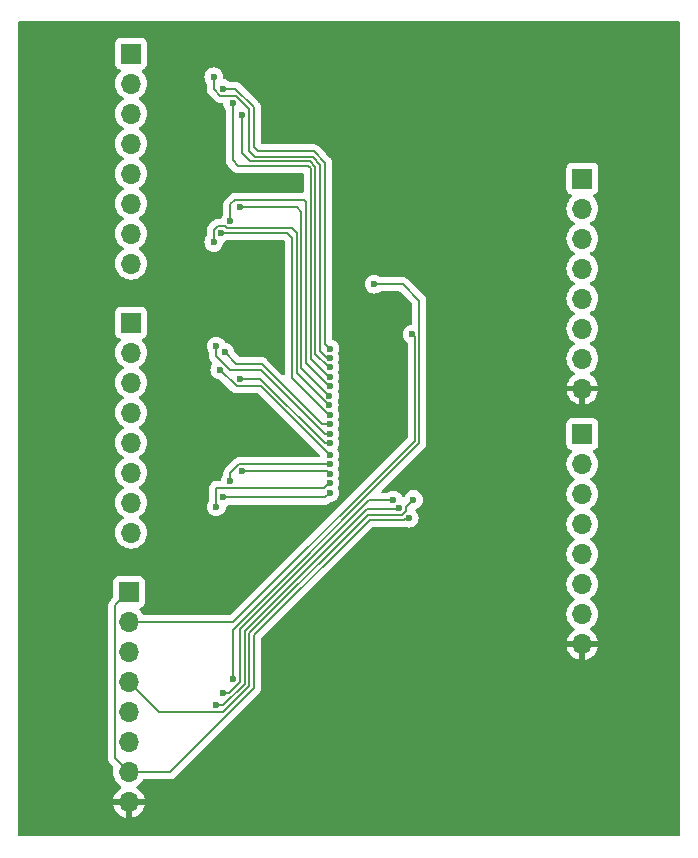
<source format=gbr>
%TF.GenerationSoftware,KiCad,Pcbnew,8.0.4*%
%TF.CreationDate,2024-11-14T19:13:44-05:00*%
%TF.ProjectId,ADS1299_Breakout_Board,41445331-3239-4395-9f42-7265616b6f75,rev?*%
%TF.SameCoordinates,Original*%
%TF.FileFunction,Copper,L2,Bot*%
%TF.FilePolarity,Positive*%
%FSLAX46Y46*%
G04 Gerber Fmt 4.6, Leading zero omitted, Abs format (unit mm)*
G04 Created by KiCad (PCBNEW 8.0.4) date 2024-11-14 19:13:44*
%MOMM*%
%LPD*%
G01*
G04 APERTURE LIST*
%TA.AperFunction,ComponentPad*%
%ADD10R,1.700000X1.700000*%
%TD*%
%TA.AperFunction,ComponentPad*%
%ADD11O,1.700000X1.700000*%
%TD*%
%TA.AperFunction,ViaPad*%
%ADD12C,0.600000*%
%TD*%
%TA.AperFunction,Conductor*%
%ADD13C,0.200000*%
%TD*%
G04 APERTURE END LIST*
D10*
%TO.P,J2,1,Pin_1*%
%TO.N,/4P*%
X139000000Y-71000000D03*
D11*
%TO.P,J2,2,Pin_2*%
%TO.N,/4N*%
X139000000Y-73540000D03*
%TO.P,J2,3,Pin_3*%
%TO.N,/3P*%
X139000000Y-76080000D03*
%TO.P,J2,4,Pin_4*%
%TO.N,/3N*%
X139000000Y-78620000D03*
%TO.P,J2,5,Pin_5*%
%TO.N,/2P*%
X139000000Y-81160000D03*
%TO.P,J2,6,Pin_6*%
%TO.N,/2N*%
X139000000Y-83700000D03*
%TO.P,J2,7,Pin_7*%
%TO.N,/1P*%
X139000000Y-86240000D03*
%TO.P,J2,8,Pin_8*%
%TO.N,/1N*%
X139000000Y-88780000D03*
%TD*%
D10*
%TO.P,J1,1,Pin_1*%
%TO.N,/8P*%
X139000000Y-48220000D03*
D11*
%TO.P,J1,2,Pin_2*%
%TO.N,/8N*%
X139000000Y-50760000D03*
%TO.P,J1,3,Pin_3*%
%TO.N,/7P*%
X139000000Y-53300000D03*
%TO.P,J1,4,Pin_4*%
%TO.N,/7N*%
X139000000Y-55840000D03*
%TO.P,J1,5,Pin_5*%
%TO.N,/6P*%
X139000000Y-58380000D03*
%TO.P,J1,6,Pin_6*%
%TO.N,/6N*%
X139000000Y-60920000D03*
%TO.P,J1,7,Pin_7*%
%TO.N,/5P*%
X139000000Y-63460000D03*
%TO.P,J1,8,Pin_8*%
%TO.N,/5N*%
X139000000Y-66000000D03*
%TD*%
D10*
%TO.P,J5,1,Pin_1*%
%TO.N,/DVDD*%
X177200000Y-58800000D03*
D11*
%TO.P,J5,2,Pin_2*%
%TO.N,/DRDY*%
X177200000Y-61340000D03*
%TO.P,J5,3,Pin_3*%
%TO.N,/GPIO4*%
X177200000Y-63880000D03*
%TO.P,J5,4,Pin_4*%
%TO.N,/GPIO3*%
X177200000Y-66420000D03*
%TO.P,J5,5,Pin_5*%
%TO.N,/GPIO2*%
X177200000Y-68960000D03*
%TO.P,J5,6,Pin_6*%
%TO.N,/MISO*%
X177200000Y-71500000D03*
%TO.P,J5,7,Pin_7*%
%TO.N,/GPIO1*%
X177200000Y-74040000D03*
%TO.P,J5,8,Pin_8*%
%TO.N,AGND*%
X177200000Y-76580000D03*
%TD*%
D10*
%TO.P,J3,1,Pin_1*%
%TO.N,/AVDD*%
X138800000Y-93800000D03*
D11*
%TO.P,J3,2,Pin_2*%
%TO.N,/BIASINV*%
X138800000Y-96340000D03*
%TO.P,J3,3,Pin_3*%
%TO.N,/BIAS*%
X138800000Y-98880000D03*
%TO.P,J3,4,Pin_4*%
%TO.N,/AVSS*%
X138800000Y-101420000D03*
%TO.P,J3,5,Pin_5*%
%TO.N,/SRB1*%
X138800000Y-103960000D03*
%TO.P,J3,6,Pin_6*%
%TO.N,/SRB2*%
X138800000Y-106500000D03*
%TO.P,J3,7,Pin_7*%
%TO.N,/AVDD*%
X138800000Y-109040000D03*
%TO.P,J3,8,Pin_8*%
%TO.N,AGND*%
X138800000Y-111580000D03*
%TD*%
D10*
%TO.P,J4,1,Pin_1*%
%TO.N,/SCLK*%
X177200000Y-80440000D03*
D11*
%TO.P,J4,2,Pin_2*%
%TO.N,/CS1*%
X177200000Y-82980000D03*
%TO.P,J4,3,Pin_3*%
%TO.N,/START*%
X177200000Y-85520000D03*
%TO.P,J4,4,Pin_4*%
%TO.N,/CLK*%
X177200000Y-88060000D03*
%TO.P,J4,5,Pin_5*%
%TO.N,/RESET*%
X177200000Y-90600000D03*
%TO.P,J4,6,Pin_6*%
%TO.N,/DVDD*%
X177200000Y-93140000D03*
%TO.P,J4,7,Pin_7*%
%TO.N,/MOSI*%
X177200000Y-95680000D03*
%TO.P,J4,8,Pin_8*%
%TO.N,AGND*%
X177200000Y-98220000D03*
%TD*%
D12*
%TO.N,/AVSS*%
X162900000Y-86000000D03*
%TO.N,/BIAS_DRV*%
X147600000Y-101200000D03*
X159588000Y-67750000D03*
%TO.N,/AVDD*%
X162525000Y-87546200D03*
%TO.N,/IN3N*%
X148200000Y-75800000D03*
X155821000Y-81200000D03*
%TO.N,/IN2N*%
X155801000Y-83000000D03*
X147400000Y-84400000D03*
%TO.N,/IN2P*%
X148400000Y-83600000D03*
X155800000Y-83800000D03*
%TO.N,/IN3P*%
X155800000Y-82200000D03*
X146500000Y-75000000D03*
%TO.N,/IN1P*%
X155800000Y-85400000D03*
X146800000Y-85800000D03*
%TO.N,/IN1N*%
X155800000Y-84600000D03*
X146200000Y-86600000D03*
%TO.N,/_SRB1*%
X146800000Y-102400000D03*
X161200000Y-86050000D03*
%TO.N,/_SRB2*%
X161700000Y-86674200D03*
X146200000Y-103400000D03*
%TO.N,/IN8P*%
X146000000Y-50200000D03*
X155800000Y-74000000D03*
%TO.N,/IN8N*%
X155800000Y-73200000D03*
X146800000Y-51200000D03*
%TO.N,/IN6N*%
X155800000Y-76400000D03*
X147400000Y-62400000D03*
%TO.N,/IN6P*%
X155776000Y-77200000D03*
X148200000Y-61200000D03*
%TO.N,/IN7N*%
X148400000Y-53400000D03*
X155800000Y-74800000D03*
%TO.N,/IN7P*%
X147600000Y-52400000D03*
X155800000Y-75600000D03*
%TO.N,/BIASINV*%
X162800000Y-72000000D03*
%TO.N,/IN4N*%
X146900000Y-73500000D03*
X155800000Y-79600000D03*
%TO.N,/IN5P*%
X146600000Y-63400000D03*
X155800000Y-78800000D03*
%TO.N,/IN4P*%
X146200000Y-73000000D03*
X155800000Y-80400000D03*
%TO.N,/IN5N*%
X146000000Y-64200000D03*
X155764000Y-78000000D03*
%TD*%
D13*
%TO.N,/AVSS*%
X141380000Y-104000000D02*
X146780000Y-104000000D01*
X146780000Y-104000000D02*
X149000000Y-101780000D01*
X149000000Y-97297100D02*
X159023000Y-87274200D01*
X161949000Y-87274200D02*
X162300000Y-86922700D01*
X162300000Y-86922700D02*
X162300000Y-86599600D01*
X138800000Y-101420000D02*
X141380000Y-104000000D01*
X162300000Y-86599600D02*
X162900000Y-86000000D01*
X149000000Y-101780000D02*
X149000000Y-97297100D01*
X159023000Y-87274200D02*
X161949000Y-87274200D01*
%TO.N,/BIAS_DRV*%
X163400000Y-69150000D02*
X163400000Y-81200000D01*
X159588000Y-67750000D02*
X162000000Y-67750000D01*
X163400000Y-81200000D02*
X147600000Y-97000000D01*
X147600000Y-97000000D02*
X147600000Y-101200000D01*
X162000000Y-67750000D02*
X163400000Y-69150000D01*
%TO.N,/AVDD*%
X142306000Y-109040000D02*
X138800000Y-109040000D01*
X137650000Y-107890000D02*
X138800000Y-109040000D01*
X162115000Y-87674200D02*
X159189000Y-87674200D01*
X162243000Y-87546200D02*
X162115000Y-87674200D01*
X162525000Y-87546200D02*
X162243000Y-87546200D01*
X137650000Y-94950000D02*
X137650000Y-107890000D01*
X149400000Y-97462700D02*
X149400000Y-101946000D01*
X149400000Y-101946000D02*
X142306000Y-109040000D01*
X138800000Y-93800000D02*
X137650000Y-94950000D01*
X159189000Y-87674200D02*
X149400000Y-97462700D01*
%TO.N,/IN3N*%
X148250000Y-75750000D02*
X149934000Y-75750000D01*
X149934000Y-75750000D02*
X155384000Y-81200000D01*
X148200000Y-75800000D02*
X148250000Y-75750000D01*
X155384000Y-81200000D02*
X155821000Y-81200000D01*
%TO.N,/IN2N*%
X147400000Y-83751500D02*
X148151000Y-83000000D01*
X148151000Y-83000000D02*
X155801000Y-83000000D01*
X147400000Y-84400000D02*
X147400000Y-83751500D01*
%TO.N,/IN2P*%
X148400000Y-83600000D02*
X155600000Y-83600000D01*
X155600000Y-83600000D02*
X155800000Y-83800000D01*
%TO.N,/IN3P*%
X150019000Y-76400000D02*
X155800000Y-82181400D01*
X146500000Y-75000000D02*
X146551000Y-75000000D01*
X147951000Y-76400000D02*
X150019000Y-76400000D01*
X155800000Y-82181400D02*
X155800000Y-82200000D01*
X146551000Y-75000000D02*
X147951000Y-76400000D01*
%TO.N,/IN1P*%
X146800000Y-85800000D02*
X155400000Y-85800000D01*
X155400000Y-85800000D02*
X155800000Y-85400000D01*
%TO.N,/IN1N*%
X155751000Y-84600000D02*
X155800000Y-84600000D01*
X146200000Y-85000000D02*
X155351000Y-85000000D01*
X146200000Y-86600000D02*
X146200000Y-85000000D01*
X155351000Y-85000000D02*
X155751000Y-84600000D01*
%TO.N,/_SRB1*%
X159116000Y-86050000D02*
X148200000Y-96965700D01*
X161200000Y-86050000D02*
X159116000Y-86050000D01*
X147249000Y-102400000D02*
X146800000Y-102400000D01*
X148200000Y-96965700D02*
X148200000Y-101449000D01*
X148200000Y-101449000D02*
X147249000Y-102400000D01*
%TO.N,/_SRB2*%
X146814000Y-103400000D02*
X146200000Y-103400000D01*
X158981000Y-86750000D02*
X148600000Y-97131400D01*
X148600000Y-97131400D02*
X148600000Y-101614000D01*
X148600000Y-101614000D02*
X146814000Y-103400000D01*
X161700000Y-86674200D02*
X161625000Y-86750000D01*
X161625000Y-86750000D02*
X158981000Y-86750000D01*
%TO.N,/IN8P*%
X149000000Y-52951500D02*
X149000000Y-56500000D01*
X155000000Y-73400000D02*
X155600000Y-74000000D01*
X149000000Y-56500000D02*
X149450000Y-56950000D01*
X154381000Y-57000000D02*
X155000000Y-57618600D01*
X146000000Y-51248500D02*
X146551000Y-51800000D01*
X147849000Y-51800000D02*
X149000000Y-52951500D01*
X149450000Y-56950000D02*
X154331000Y-56950000D01*
X146000000Y-50200000D02*
X146000000Y-51248500D01*
X155600000Y-74000000D02*
X155800000Y-74000000D01*
X154331000Y-56950000D02*
X154381000Y-57000000D01*
X155000000Y-57618600D02*
X155000000Y-73400000D01*
X146551000Y-51800000D02*
X147849000Y-51800000D01*
%TO.N,/IN8N*%
X155400000Y-72800000D02*
X155400000Y-57452900D01*
X155400000Y-57452900D02*
X154447000Y-56500000D01*
X155800000Y-73200000D02*
X155400000Y-72800000D01*
X149400000Y-56150000D02*
X149400000Y-52785800D01*
X154447000Y-56500000D02*
X149750000Y-56500000D01*
X149750000Y-56500000D02*
X149400000Y-56150000D01*
X147814000Y-51200000D02*
X146800000Y-51200000D01*
X149400000Y-52785800D02*
X147814000Y-51200000D01*
%TO.N,/IN6N*%
X147800000Y-60600000D02*
X153600000Y-60600000D01*
X155751000Y-76400000D02*
X155800000Y-76400000D01*
X153600000Y-60600000D02*
X153800000Y-60800000D01*
X153800000Y-60800000D02*
X153800000Y-74448500D01*
X153800000Y-74448500D02*
X155751000Y-76400000D01*
X147400000Y-61000000D02*
X147800000Y-60600000D01*
X147400000Y-62400000D02*
X147400000Y-61000000D01*
%TO.N,/IN6P*%
X155751000Y-77200000D02*
X155776000Y-77200000D01*
X153000000Y-61200000D02*
X153400000Y-61600000D01*
X153400000Y-61600000D02*
X153400000Y-74848800D01*
X148200000Y-61200000D02*
X153000000Y-61200000D01*
X153400000Y-74848800D02*
X155751000Y-77200000D01*
%TO.N,/IN7N*%
X148397000Y-56647300D02*
X149100000Y-57350000D01*
X154166000Y-57350000D02*
X154600000Y-57784300D01*
X148400000Y-53400000D02*
X148397000Y-53402700D01*
X154600000Y-57784300D02*
X154600000Y-73648500D01*
X148397000Y-53402700D02*
X148397000Y-56647300D01*
X155751000Y-74800000D02*
X155800000Y-74800000D01*
X154600000Y-73648500D02*
X155751000Y-74800000D01*
X149100000Y-57350000D02*
X154166000Y-57350000D01*
%TO.N,/IN7P*%
X155751000Y-75600000D02*
X155800000Y-75600000D01*
X154200000Y-57950000D02*
X154200000Y-74048500D01*
X147600000Y-57274300D02*
X148076000Y-57750000D01*
X154000000Y-57750000D02*
X154200000Y-57950000D01*
X147600000Y-52400000D02*
X147600000Y-57274300D01*
X148076000Y-57750000D02*
X154000000Y-57750000D01*
X154200000Y-74048500D02*
X155751000Y-75600000D01*
%TO.N,/BIASINV*%
X147660000Y-96340000D02*
X138800000Y-96340000D01*
X163000000Y-81000000D02*
X147660000Y-96340000D01*
X162800000Y-72000000D02*
X163000000Y-72200000D01*
X163000000Y-72200000D02*
X163000000Y-81000000D01*
%TO.N,/IN4N*%
X155133000Y-79600000D02*
X155800000Y-79600000D01*
X147900000Y-74500000D02*
X150033000Y-74500000D01*
X150033000Y-74500000D02*
X155133000Y-79600000D01*
X146900000Y-73500000D02*
X147900000Y-74500000D01*
%TO.N,/IN5P*%
X152200000Y-63400000D02*
X152600000Y-63800000D01*
X152600000Y-63800000D02*
X152600000Y-75684700D01*
X146600000Y-63400000D02*
X152200000Y-63400000D01*
X155715000Y-78800000D02*
X155800000Y-78800000D01*
X152600000Y-75684700D02*
X155715000Y-78800000D01*
%TO.N,/IN4P*%
X147349000Y-75000000D02*
X149967000Y-75000000D01*
X146200000Y-73000000D02*
X146200000Y-73851500D01*
X146200000Y-73851500D02*
X147349000Y-75000000D01*
X155367000Y-80400000D02*
X155800000Y-80400000D01*
X149967000Y-75000000D02*
X155367000Y-80400000D01*
%TO.N,/IN5N*%
X146000000Y-64200000D02*
X146000000Y-63151500D01*
X146951000Y-62800000D02*
X147151000Y-63000000D01*
X152600000Y-63000000D02*
X153000000Y-63400000D01*
X153000000Y-75272800D02*
X155727000Y-78000000D01*
X153000000Y-63400000D02*
X153000000Y-75272800D01*
X147151000Y-63000000D02*
X152600000Y-63000000D01*
X146351000Y-62800000D02*
X146951000Y-62800000D01*
X146000000Y-63151500D02*
X146351000Y-62800000D01*
X155727000Y-78000000D02*
X155764000Y-78000000D01*
%TD*%
%TA.AperFunction,Conductor*%
%TO.N,AGND*%
G36*
X185442539Y-45520185D02*
G01*
X185488294Y-45572989D01*
X185499500Y-45624500D01*
X185499500Y-114375500D01*
X185479815Y-114442539D01*
X185427011Y-114488294D01*
X185375500Y-114499500D01*
X129524000Y-114499500D01*
X129456961Y-114479815D01*
X129411206Y-114427011D01*
X129400000Y-114375500D01*
X129400000Y-107969054D01*
X137049498Y-107969054D01*
X137058194Y-108001506D01*
X137090423Y-108121785D01*
X137108658Y-108153368D01*
X137117452Y-108168599D01*
X137169479Y-108258715D01*
X137288349Y-108377585D01*
X137288355Y-108377590D01*
X137467233Y-108556468D01*
X137500718Y-108617791D01*
X137499327Y-108676241D01*
X137464939Y-108804583D01*
X137464936Y-108804596D01*
X137444341Y-109039999D01*
X137444341Y-109040000D01*
X137464936Y-109275403D01*
X137464938Y-109275413D01*
X137526094Y-109503655D01*
X137526096Y-109503659D01*
X137526097Y-109503663D01*
X137589906Y-109640501D01*
X137625965Y-109717830D01*
X137625967Y-109717834D01*
X137761501Y-109911395D01*
X137761506Y-109911402D01*
X137928597Y-110078493D01*
X137928603Y-110078498D01*
X138114594Y-110208730D01*
X138158219Y-110263307D01*
X138165413Y-110332805D01*
X138133890Y-110395160D01*
X138114595Y-110411880D01*
X137928922Y-110541890D01*
X137928920Y-110541891D01*
X137761891Y-110708920D01*
X137761886Y-110708926D01*
X137626400Y-110902420D01*
X137626399Y-110902422D01*
X137526570Y-111116507D01*
X137526567Y-111116513D01*
X137469364Y-111329999D01*
X137469364Y-111330000D01*
X138366988Y-111330000D01*
X138334075Y-111387007D01*
X138300000Y-111514174D01*
X138300000Y-111645826D01*
X138334075Y-111772993D01*
X138366988Y-111830000D01*
X137469364Y-111830000D01*
X137526567Y-112043486D01*
X137526570Y-112043492D01*
X137626399Y-112257578D01*
X137761894Y-112451082D01*
X137928917Y-112618105D01*
X138122421Y-112753600D01*
X138336507Y-112853429D01*
X138336516Y-112853433D01*
X138550000Y-112910634D01*
X138550000Y-112013012D01*
X138607007Y-112045925D01*
X138734174Y-112080000D01*
X138865826Y-112080000D01*
X138992993Y-112045925D01*
X139050000Y-112013012D01*
X139050000Y-112910633D01*
X139263483Y-112853433D01*
X139263492Y-112853429D01*
X139477578Y-112753600D01*
X139671082Y-112618105D01*
X139838105Y-112451082D01*
X139973600Y-112257578D01*
X140073429Y-112043492D01*
X140073432Y-112043486D01*
X140130636Y-111830000D01*
X139233012Y-111830000D01*
X139265925Y-111772993D01*
X139300000Y-111645826D01*
X139300000Y-111514174D01*
X139265925Y-111387007D01*
X139233012Y-111330000D01*
X140130636Y-111330000D01*
X140130635Y-111329999D01*
X140073432Y-111116513D01*
X140073429Y-111116507D01*
X139973600Y-110902422D01*
X139973599Y-110902420D01*
X139838113Y-110708926D01*
X139838108Y-110708920D01*
X139671078Y-110541890D01*
X139485405Y-110411879D01*
X139441780Y-110357302D01*
X139434588Y-110287804D01*
X139466110Y-110225449D01*
X139485406Y-110208730D01*
X139671401Y-110078495D01*
X139838495Y-109911401D01*
X139974035Y-109717830D01*
X139976707Y-109712097D01*
X140022878Y-109659658D01*
X140089091Y-109640500D01*
X142219331Y-109640500D01*
X142219347Y-109640501D01*
X142226943Y-109640501D01*
X142385054Y-109640501D01*
X142385057Y-109640501D01*
X142537785Y-109599577D01*
X142587904Y-109570639D01*
X142674716Y-109520520D01*
X142786520Y-109408716D01*
X142786520Y-109408714D01*
X142796728Y-109398507D01*
X142796730Y-109398504D01*
X149758506Y-102436728D01*
X149758511Y-102436724D01*
X149768714Y-102426520D01*
X149768716Y-102426520D01*
X149880520Y-102314716D01*
X149938379Y-102214500D01*
X149959577Y-102177785D01*
X150000501Y-102025057D01*
X150000501Y-101866943D01*
X150000501Y-101859348D01*
X150000500Y-101859330D01*
X150000500Y-97762807D01*
X150020185Y-97695768D01*
X150036817Y-97675128D01*
X159401407Y-88311016D01*
X159462731Y-88277533D01*
X159489086Y-88274700D01*
X162028331Y-88274700D01*
X162028347Y-88274701D01*
X162035943Y-88274701D01*
X162162158Y-88274701D01*
X162203112Y-88281658D01*
X162302217Y-88316337D01*
X162345745Y-88331568D01*
X162345750Y-88331569D01*
X162524996Y-88351765D01*
X162525000Y-88351765D01*
X162525004Y-88351765D01*
X162704249Y-88331569D01*
X162704252Y-88331568D01*
X162704255Y-88331568D01*
X162874522Y-88271989D01*
X163027262Y-88176016D01*
X163154816Y-88048462D01*
X163250789Y-87895722D01*
X163310368Y-87725455D01*
X163323831Y-87605965D01*
X163330565Y-87546203D01*
X163330565Y-87546196D01*
X163310369Y-87366950D01*
X163310368Y-87366945D01*
X163295967Y-87325789D01*
X163250789Y-87196678D01*
X163245711Y-87188597D01*
X163154815Y-87043937D01*
X163083228Y-86972350D01*
X163049743Y-86911027D01*
X163054727Y-86841335D01*
X163096599Y-86785402D01*
X163129953Y-86767627D01*
X163249522Y-86725789D01*
X163402262Y-86629816D01*
X163529816Y-86502262D01*
X163625789Y-86349522D01*
X163685368Y-86179255D01*
X163702206Y-86029815D01*
X163705565Y-86000003D01*
X163705565Y-85999996D01*
X163685369Y-85820750D01*
X163685368Y-85820745D01*
X163669828Y-85776335D01*
X163625789Y-85650478D01*
X163529816Y-85497738D01*
X163402262Y-85370184D01*
X163249523Y-85274211D01*
X163079254Y-85214631D01*
X163079249Y-85214630D01*
X162900004Y-85194435D01*
X162899996Y-85194435D01*
X162720750Y-85214630D01*
X162720745Y-85214631D01*
X162550476Y-85274211D01*
X162397737Y-85370184D01*
X162270184Y-85497737D01*
X162174209Y-85650480D01*
X162158293Y-85695966D01*
X162117572Y-85752742D01*
X162052619Y-85778489D01*
X161984057Y-85765033D01*
X161933655Y-85716645D01*
X161929078Y-85706624D01*
X161928812Y-85706753D01*
X161925792Y-85700483D01*
X161894372Y-85650478D01*
X161829816Y-85547738D01*
X161702262Y-85420184D01*
X161670144Y-85400003D01*
X161549523Y-85324211D01*
X161379254Y-85264631D01*
X161379249Y-85264630D01*
X161200004Y-85244435D01*
X161199996Y-85244435D01*
X161020750Y-85264630D01*
X161020745Y-85264631D01*
X160850476Y-85324211D01*
X160697736Y-85420185D01*
X160694903Y-85422445D01*
X160692724Y-85423334D01*
X160691842Y-85423889D01*
X160691744Y-85423734D01*
X160630217Y-85448855D01*
X160617588Y-85449500D01*
X160299097Y-85449500D01*
X160232058Y-85429815D01*
X160186303Y-85377011D01*
X160176359Y-85307853D01*
X160205384Y-85244297D01*
X160211416Y-85237819D01*
X161097660Y-84351575D01*
X162469235Y-82979999D01*
X175844341Y-82979999D01*
X175844341Y-82980000D01*
X175864936Y-83215403D01*
X175864938Y-83215413D01*
X175926094Y-83443655D01*
X175926096Y-83443659D01*
X175926097Y-83443663D01*
X175961571Y-83519736D01*
X176025965Y-83657830D01*
X176025967Y-83657834D01*
X176161501Y-83851395D01*
X176161506Y-83851402D01*
X176328597Y-84018493D01*
X176328603Y-84018498D01*
X176514158Y-84148425D01*
X176557783Y-84203002D01*
X176564977Y-84272500D01*
X176533454Y-84334855D01*
X176514158Y-84351575D01*
X176328597Y-84481505D01*
X176161505Y-84648597D01*
X176025965Y-84842169D01*
X176025964Y-84842171D01*
X175926098Y-85056335D01*
X175926094Y-85056344D01*
X175864938Y-85284586D01*
X175864936Y-85284596D01*
X175844341Y-85519999D01*
X175844341Y-85520000D01*
X175864936Y-85755403D01*
X175864938Y-85755413D01*
X175926094Y-85983655D01*
X175926096Y-85983659D01*
X175926097Y-85983663D01*
X175979291Y-86097738D01*
X176025965Y-86197830D01*
X176025967Y-86197834D01*
X176161501Y-86391395D01*
X176161506Y-86391402D01*
X176328597Y-86558493D01*
X176328603Y-86558498D01*
X176514158Y-86688425D01*
X176557783Y-86743002D01*
X176564977Y-86812500D01*
X176533454Y-86874855D01*
X176514158Y-86891575D01*
X176328597Y-87021505D01*
X176161505Y-87188597D01*
X176025965Y-87382169D01*
X176025964Y-87382171D01*
X175926098Y-87596335D01*
X175926094Y-87596344D01*
X175864938Y-87824586D01*
X175864936Y-87824596D01*
X175844341Y-88059999D01*
X175844341Y-88060000D01*
X175864936Y-88295403D01*
X175864938Y-88295413D01*
X175926094Y-88523655D01*
X175926096Y-88523659D01*
X175926097Y-88523663D01*
X176025965Y-88737830D01*
X176025967Y-88737834D01*
X176161501Y-88931395D01*
X176161506Y-88931402D01*
X176328597Y-89098493D01*
X176328603Y-89098498D01*
X176514158Y-89228425D01*
X176557783Y-89283002D01*
X176564977Y-89352500D01*
X176533454Y-89414855D01*
X176514158Y-89431575D01*
X176328597Y-89561505D01*
X176161505Y-89728597D01*
X176025965Y-89922169D01*
X176025964Y-89922171D01*
X175926098Y-90136335D01*
X175926094Y-90136344D01*
X175864938Y-90364586D01*
X175864936Y-90364596D01*
X175844341Y-90599999D01*
X175844341Y-90600000D01*
X175864936Y-90835403D01*
X175864938Y-90835413D01*
X175926094Y-91063655D01*
X175926096Y-91063659D01*
X175926097Y-91063663D01*
X176025965Y-91277830D01*
X176025967Y-91277834D01*
X176161501Y-91471395D01*
X176161506Y-91471402D01*
X176328597Y-91638493D01*
X176328603Y-91638498D01*
X176514158Y-91768425D01*
X176557783Y-91823002D01*
X176564977Y-91892500D01*
X176533454Y-91954855D01*
X176514158Y-91971575D01*
X176328597Y-92101505D01*
X176161505Y-92268597D01*
X176025965Y-92462169D01*
X176025964Y-92462171D01*
X175926098Y-92676335D01*
X175926094Y-92676344D01*
X175864938Y-92904586D01*
X175864936Y-92904596D01*
X175844341Y-93139999D01*
X175844341Y-93140000D01*
X175864936Y-93375403D01*
X175864938Y-93375413D01*
X175926094Y-93603655D01*
X175926096Y-93603659D01*
X175926097Y-93603663D01*
X176025965Y-93817830D01*
X176025967Y-93817834D01*
X176161501Y-94011395D01*
X176161506Y-94011402D01*
X176328597Y-94178493D01*
X176328603Y-94178498D01*
X176514158Y-94308425D01*
X176557783Y-94363002D01*
X176564977Y-94432500D01*
X176533454Y-94494855D01*
X176514158Y-94511575D01*
X176328597Y-94641505D01*
X176161505Y-94808597D01*
X176025965Y-95002169D01*
X176025964Y-95002171D01*
X175926098Y-95216335D01*
X175926094Y-95216344D01*
X175864938Y-95444586D01*
X175864936Y-95444596D01*
X175844341Y-95679999D01*
X175844341Y-95680000D01*
X175864936Y-95915403D01*
X175864938Y-95915413D01*
X175926094Y-96143655D01*
X175926096Y-96143659D01*
X175926097Y-96143663D01*
X176025965Y-96357830D01*
X176025967Y-96357834D01*
X176161501Y-96551395D01*
X176161506Y-96551402D01*
X176328597Y-96718493D01*
X176328603Y-96718498D01*
X176514594Y-96848730D01*
X176558219Y-96903307D01*
X176565413Y-96972805D01*
X176533890Y-97035160D01*
X176514595Y-97051880D01*
X176328922Y-97181890D01*
X176328920Y-97181891D01*
X176161891Y-97348920D01*
X176161886Y-97348926D01*
X176026400Y-97542420D01*
X176026399Y-97542422D01*
X175926570Y-97756507D01*
X175926567Y-97756513D01*
X175869364Y-97969999D01*
X175869364Y-97970000D01*
X176766988Y-97970000D01*
X176734075Y-98027007D01*
X176700000Y-98154174D01*
X176700000Y-98285826D01*
X176734075Y-98412993D01*
X176766988Y-98470000D01*
X175869364Y-98470000D01*
X175926567Y-98683486D01*
X175926570Y-98683492D01*
X176026399Y-98897578D01*
X176161894Y-99091082D01*
X176328917Y-99258105D01*
X176522421Y-99393600D01*
X176736507Y-99493429D01*
X176736516Y-99493433D01*
X176950000Y-99550634D01*
X176950000Y-98653012D01*
X177007007Y-98685925D01*
X177134174Y-98720000D01*
X177265826Y-98720000D01*
X177392993Y-98685925D01*
X177450000Y-98653012D01*
X177450000Y-99550633D01*
X177663483Y-99493433D01*
X177663492Y-99493429D01*
X177877578Y-99393600D01*
X178071082Y-99258105D01*
X178238105Y-99091082D01*
X178373600Y-98897578D01*
X178473429Y-98683492D01*
X178473432Y-98683486D01*
X178530636Y-98470000D01*
X177633012Y-98470000D01*
X177665925Y-98412993D01*
X177700000Y-98285826D01*
X177700000Y-98154174D01*
X177665925Y-98027007D01*
X177633012Y-97970000D01*
X178530636Y-97970000D01*
X178530635Y-97969999D01*
X178473432Y-97756513D01*
X178473429Y-97756507D01*
X178373600Y-97542422D01*
X178373599Y-97542420D01*
X178238113Y-97348926D01*
X178238108Y-97348920D01*
X178071078Y-97181890D01*
X177885405Y-97051879D01*
X177841780Y-96997302D01*
X177834588Y-96927804D01*
X177866110Y-96865449D01*
X177885406Y-96848730D01*
X178071401Y-96718495D01*
X178238495Y-96551401D01*
X178374035Y-96357830D01*
X178473903Y-96143663D01*
X178535063Y-95915408D01*
X178555659Y-95680000D01*
X178554099Y-95662175D01*
X178535063Y-95444596D01*
X178535063Y-95444592D01*
X178473903Y-95216337D01*
X178374035Y-95002171D01*
X178297128Y-94892335D01*
X178238494Y-94808597D01*
X178071402Y-94641506D01*
X178071396Y-94641501D01*
X177885842Y-94511575D01*
X177842217Y-94456998D01*
X177835023Y-94387500D01*
X177866546Y-94325145D01*
X177885842Y-94308425D01*
X177969424Y-94249900D01*
X178071401Y-94178495D01*
X178238495Y-94011401D01*
X178374035Y-93817830D01*
X178473903Y-93603663D01*
X178535063Y-93375408D01*
X178555659Y-93140000D01*
X178535063Y-92904592D01*
X178473903Y-92676337D01*
X178374035Y-92462171D01*
X178369651Y-92455909D01*
X178238494Y-92268597D01*
X178071402Y-92101506D01*
X178071396Y-92101501D01*
X177885842Y-91971575D01*
X177842217Y-91916998D01*
X177835023Y-91847500D01*
X177866546Y-91785145D01*
X177885842Y-91768425D01*
X177908026Y-91752891D01*
X178071401Y-91638495D01*
X178238495Y-91471401D01*
X178374035Y-91277830D01*
X178473903Y-91063663D01*
X178535063Y-90835408D01*
X178555659Y-90600000D01*
X178535063Y-90364592D01*
X178473903Y-90136337D01*
X178374035Y-89922171D01*
X178301440Y-89818493D01*
X178238494Y-89728597D01*
X178071402Y-89561506D01*
X178071396Y-89561501D01*
X177885842Y-89431575D01*
X177842217Y-89376998D01*
X177835023Y-89307500D01*
X177866546Y-89245145D01*
X177885842Y-89228425D01*
X177908026Y-89212891D01*
X178071401Y-89098495D01*
X178238495Y-88931401D01*
X178374035Y-88737830D01*
X178473903Y-88523663D01*
X178535063Y-88295408D01*
X178555659Y-88060000D01*
X178535063Y-87824592D01*
X178473903Y-87596337D01*
X178374035Y-87382171D01*
X178363378Y-87366950D01*
X178238494Y-87188597D01*
X178071402Y-87021506D01*
X178071396Y-87021501D01*
X177885842Y-86891575D01*
X177842217Y-86836998D01*
X177835023Y-86767500D01*
X177866546Y-86705145D01*
X177885842Y-86688425D01*
X177969544Y-86629816D01*
X178071401Y-86558495D01*
X178238495Y-86391401D01*
X178374035Y-86197830D01*
X178473903Y-85983663D01*
X178535063Y-85755408D01*
X178555659Y-85520000D01*
X178535063Y-85284592D01*
X178473903Y-85056337D01*
X178374035Y-84842171D01*
X178322252Y-84768216D01*
X178238494Y-84648597D01*
X178071402Y-84481506D01*
X178071396Y-84481501D01*
X177885842Y-84351575D01*
X177842217Y-84296998D01*
X177835023Y-84227500D01*
X177866546Y-84165145D01*
X177885842Y-84148425D01*
X177908026Y-84132891D01*
X178071401Y-84018495D01*
X178238495Y-83851401D01*
X178374035Y-83657830D01*
X178473903Y-83443663D01*
X178535063Y-83215408D01*
X178555659Y-82980000D01*
X178535063Y-82744592D01*
X178474774Y-82519588D01*
X178473905Y-82516344D01*
X178473904Y-82516343D01*
X178473903Y-82516337D01*
X178374035Y-82302171D01*
X178302496Y-82200003D01*
X178238496Y-82108600D01*
X178238495Y-82108599D01*
X178116567Y-81986671D01*
X178083084Y-81925351D01*
X178088068Y-81855659D01*
X178129939Y-81799725D01*
X178160915Y-81782810D01*
X178292331Y-81733796D01*
X178407546Y-81647546D01*
X178493796Y-81532331D01*
X178544091Y-81397483D01*
X178550500Y-81337873D01*
X178550499Y-79542128D01*
X178544091Y-79482517D01*
X178521053Y-79420750D01*
X178493797Y-79347671D01*
X178493793Y-79347664D01*
X178407547Y-79232455D01*
X178407544Y-79232452D01*
X178292335Y-79146206D01*
X178292328Y-79146202D01*
X178157482Y-79095908D01*
X178157483Y-79095908D01*
X178097883Y-79089501D01*
X178097881Y-79089500D01*
X178097873Y-79089500D01*
X178097864Y-79089500D01*
X176302129Y-79089500D01*
X176302123Y-79089501D01*
X176242516Y-79095908D01*
X176107671Y-79146202D01*
X176107664Y-79146206D01*
X175992455Y-79232452D01*
X175992452Y-79232455D01*
X175906206Y-79347664D01*
X175906202Y-79347671D01*
X175855908Y-79482517D01*
X175849501Y-79542116D01*
X175849501Y-79542123D01*
X175849500Y-79542135D01*
X175849500Y-81337870D01*
X175849501Y-81337876D01*
X175855908Y-81397483D01*
X175906202Y-81532328D01*
X175906206Y-81532335D01*
X175992452Y-81647544D01*
X175992455Y-81647547D01*
X176107664Y-81733793D01*
X176107671Y-81733797D01*
X176239081Y-81782810D01*
X176295015Y-81824681D01*
X176319432Y-81890145D01*
X176304580Y-81958418D01*
X176283430Y-81986673D01*
X176161503Y-82108600D01*
X176025965Y-82302169D01*
X176025964Y-82302171D01*
X175926098Y-82516335D01*
X175926094Y-82516344D01*
X175864938Y-82744586D01*
X175864936Y-82744596D01*
X175844341Y-82979999D01*
X162469235Y-82979999D01*
X163758506Y-81690727D01*
X163758511Y-81690724D01*
X163768714Y-81680520D01*
X163768716Y-81680520D01*
X163880520Y-81568716D01*
X163954545Y-81440500D01*
X163959577Y-81431785D01*
X164000500Y-81279058D01*
X164000500Y-81120943D01*
X164000500Y-69239059D01*
X164000501Y-69239046D01*
X164000501Y-69070945D01*
X164000501Y-69070943D01*
X163959577Y-68918215D01*
X163926809Y-68861459D01*
X163880520Y-68781284D01*
X163768716Y-68669480D01*
X163768715Y-68669479D01*
X163764385Y-68665149D01*
X163764374Y-68665139D01*
X162487590Y-67388355D01*
X162487588Y-67388352D01*
X162368717Y-67269481D01*
X162368712Y-67269477D01*
X162243417Y-67197139D01*
X162243415Y-67197138D01*
X162231785Y-67190423D01*
X162079057Y-67149499D01*
X161920943Y-67149499D01*
X161913347Y-67149499D01*
X161913331Y-67149500D01*
X160170412Y-67149500D01*
X160103373Y-67129815D01*
X160093097Y-67122445D01*
X160090263Y-67120185D01*
X160090262Y-67120184D01*
X159960260Y-67038498D01*
X159937523Y-67024211D01*
X159767254Y-66964631D01*
X159767249Y-66964630D01*
X159588004Y-66944435D01*
X159587996Y-66944435D01*
X159408750Y-66964630D01*
X159408745Y-66964631D01*
X159238476Y-67024211D01*
X159085737Y-67120184D01*
X158958184Y-67247737D01*
X158862211Y-67400476D01*
X158802631Y-67570745D01*
X158802630Y-67570750D01*
X158782435Y-67749996D01*
X158782435Y-67750003D01*
X158802630Y-67929249D01*
X158802631Y-67929254D01*
X158862211Y-68099523D01*
X158958184Y-68252262D01*
X159085738Y-68379816D01*
X159238478Y-68475789D01*
X159297201Y-68496337D01*
X159408745Y-68535368D01*
X159408750Y-68535369D01*
X159587996Y-68555565D01*
X159588000Y-68555565D01*
X159588004Y-68555565D01*
X159767249Y-68535369D01*
X159767252Y-68535368D01*
X159767255Y-68535368D01*
X159937522Y-68475789D01*
X160090262Y-68379816D01*
X160090267Y-68379810D01*
X160093097Y-68377555D01*
X160095275Y-68376665D01*
X160096158Y-68376111D01*
X160096255Y-68376265D01*
X160157783Y-68351145D01*
X160170412Y-68350500D01*
X161699903Y-68350500D01*
X161766942Y-68370185D01*
X161787584Y-68386819D01*
X162763181Y-69362416D01*
X162796666Y-69423739D01*
X162799500Y-69450097D01*
X162799500Y-71083677D01*
X162779815Y-71150716D01*
X162727011Y-71196471D01*
X162689384Y-71206897D01*
X162620750Y-71214630D01*
X162450478Y-71274210D01*
X162297737Y-71370184D01*
X162170184Y-71497737D01*
X162074211Y-71650476D01*
X162014631Y-71820745D01*
X162014630Y-71820750D01*
X161994435Y-71999996D01*
X161994435Y-72000003D01*
X162014630Y-72179249D01*
X162014631Y-72179254D01*
X162074211Y-72349523D01*
X162138052Y-72451124D01*
X162170184Y-72502262D01*
X162297738Y-72629816D01*
X162330622Y-72650478D01*
X162341471Y-72657295D01*
X162387763Y-72709629D01*
X162399500Y-72762289D01*
X162399500Y-80699903D01*
X162379815Y-80766942D01*
X162363181Y-80787584D01*
X147447584Y-95703181D01*
X147386261Y-95736666D01*
X147359903Y-95739500D01*
X140089091Y-95739500D01*
X140022052Y-95719815D01*
X139976711Y-95667909D01*
X139974037Y-95662175D01*
X139974034Y-95662170D01*
X139838496Y-95468600D01*
X139814482Y-95444586D01*
X139716567Y-95346671D01*
X139683084Y-95285351D01*
X139688068Y-95215659D01*
X139729939Y-95159725D01*
X139760915Y-95142810D01*
X139892331Y-95093796D01*
X140007546Y-95007546D01*
X140093796Y-94892331D01*
X140144091Y-94757483D01*
X140150500Y-94697873D01*
X140150499Y-92902128D01*
X140144091Y-92842517D01*
X140093796Y-92707669D01*
X140093795Y-92707668D01*
X140093793Y-92707664D01*
X140007547Y-92592455D01*
X140007544Y-92592452D01*
X139892335Y-92506206D01*
X139892328Y-92506202D01*
X139757482Y-92455908D01*
X139757483Y-92455908D01*
X139697883Y-92449501D01*
X139697881Y-92449500D01*
X139697873Y-92449500D01*
X139697864Y-92449500D01*
X137902129Y-92449500D01*
X137902123Y-92449501D01*
X137842516Y-92455908D01*
X137707671Y-92506202D01*
X137707664Y-92506206D01*
X137592455Y-92592452D01*
X137592452Y-92592455D01*
X137506206Y-92707664D01*
X137506202Y-92707671D01*
X137455908Y-92842517D01*
X137449501Y-92902116D01*
X137449501Y-92902123D01*
X137449500Y-92902135D01*
X137449500Y-94249900D01*
X137429815Y-94316939D01*
X137413182Y-94337581D01*
X137281286Y-94469478D01*
X137281285Y-94469477D01*
X137281284Y-94469480D01*
X137169481Y-94581282D01*
X137169479Y-94581284D01*
X137145041Y-94623613D01*
X137134712Y-94641505D01*
X137112567Y-94679860D01*
X137090423Y-94718214D01*
X137090423Y-94718215D01*
X137049499Y-94870943D01*
X137049499Y-94870945D01*
X137049499Y-95039046D01*
X137049500Y-95039059D01*
X137049500Y-107803330D01*
X137049499Y-107803348D01*
X137049499Y-107969054D01*
X137049498Y-107969054D01*
X129400000Y-107969054D01*
X129400000Y-73539999D01*
X137644341Y-73539999D01*
X137644341Y-73540000D01*
X137664936Y-73775403D01*
X137664938Y-73775413D01*
X137726094Y-74003655D01*
X137726096Y-74003659D01*
X137726097Y-74003663D01*
X137763282Y-74083406D01*
X137825965Y-74217830D01*
X137825967Y-74217834D01*
X137961501Y-74411395D01*
X137961506Y-74411402D01*
X138128597Y-74578493D01*
X138128603Y-74578498D01*
X138314158Y-74708425D01*
X138357783Y-74763002D01*
X138364977Y-74832500D01*
X138333454Y-74894855D01*
X138314158Y-74911575D01*
X138128597Y-75041505D01*
X137961505Y-75208597D01*
X137825965Y-75402169D01*
X137825964Y-75402171D01*
X137726098Y-75616335D01*
X137726094Y-75616344D01*
X137664938Y-75844586D01*
X137664936Y-75844596D01*
X137644341Y-76079999D01*
X137644341Y-76080000D01*
X137664936Y-76315403D01*
X137664938Y-76315413D01*
X137726094Y-76543655D01*
X137726096Y-76543659D01*
X137726097Y-76543663D01*
X137773737Y-76645826D01*
X137825965Y-76757830D01*
X137825967Y-76757834D01*
X137961501Y-76951395D01*
X137961506Y-76951402D01*
X138128597Y-77118493D01*
X138128603Y-77118498D01*
X138314158Y-77248425D01*
X138357783Y-77303002D01*
X138364977Y-77372500D01*
X138333454Y-77434855D01*
X138314158Y-77451575D01*
X138128597Y-77581505D01*
X137961505Y-77748597D01*
X137825965Y-77942169D01*
X137825964Y-77942171D01*
X137726098Y-78156335D01*
X137726094Y-78156344D01*
X137664938Y-78384586D01*
X137664936Y-78384596D01*
X137644341Y-78619999D01*
X137644341Y-78620000D01*
X137664936Y-78855403D01*
X137664938Y-78855413D01*
X137726094Y-79083655D01*
X137726096Y-79083659D01*
X137726097Y-79083663D01*
X137756808Y-79149522D01*
X137825965Y-79297830D01*
X137825967Y-79297834D01*
X137934281Y-79452521D01*
X137955284Y-79482517D01*
X137961501Y-79491395D01*
X137961506Y-79491402D01*
X138128597Y-79658493D01*
X138128603Y-79658498D01*
X138314158Y-79788425D01*
X138357783Y-79843002D01*
X138364977Y-79912500D01*
X138333454Y-79974855D01*
X138314158Y-79991575D01*
X138128597Y-80121505D01*
X137961505Y-80288597D01*
X137825965Y-80482169D01*
X137825964Y-80482171D01*
X137726098Y-80696335D01*
X137726094Y-80696344D01*
X137664938Y-80924586D01*
X137664936Y-80924596D01*
X137644341Y-81159999D01*
X137644341Y-81160000D01*
X137664936Y-81395403D01*
X137664938Y-81395413D01*
X137726094Y-81623655D01*
X137726096Y-81623659D01*
X137726097Y-81623663D01*
X137800249Y-81782682D01*
X137825965Y-81837830D01*
X137825967Y-81837834D01*
X137961501Y-82031395D01*
X137961506Y-82031402D01*
X138128597Y-82198493D01*
X138128603Y-82198498D01*
X138314158Y-82328425D01*
X138357783Y-82383002D01*
X138364977Y-82452500D01*
X138333454Y-82514855D01*
X138314158Y-82531575D01*
X138128597Y-82661505D01*
X137961505Y-82828597D01*
X137825965Y-83022169D01*
X137825964Y-83022171D01*
X137726098Y-83236335D01*
X137726094Y-83236344D01*
X137664938Y-83464586D01*
X137664936Y-83464596D01*
X137644341Y-83699999D01*
X137644341Y-83700000D01*
X137664936Y-83935403D01*
X137664938Y-83935413D01*
X137726094Y-84163655D01*
X137726096Y-84163659D01*
X137726097Y-84163663D01*
X137801698Y-84325789D01*
X137825965Y-84377830D01*
X137825967Y-84377834D01*
X137961501Y-84571395D01*
X137961506Y-84571402D01*
X138128597Y-84738493D01*
X138128603Y-84738498D01*
X138314158Y-84868425D01*
X138357783Y-84923002D01*
X138364977Y-84992500D01*
X138333454Y-85054855D01*
X138314158Y-85071575D01*
X138128597Y-85201505D01*
X137961505Y-85368597D01*
X137825965Y-85562169D01*
X137825964Y-85562171D01*
X137726098Y-85776335D01*
X137726094Y-85776344D01*
X137664938Y-86004586D01*
X137664936Y-86004596D01*
X137644341Y-86239999D01*
X137644341Y-86240000D01*
X137664936Y-86475403D01*
X137664938Y-86475413D01*
X137726094Y-86703655D01*
X137726096Y-86703659D01*
X137726097Y-86703663D01*
X137790295Y-86841335D01*
X137825965Y-86917830D01*
X137825967Y-86917834D01*
X137961501Y-87111395D01*
X137961506Y-87111402D01*
X138128597Y-87278493D01*
X138128603Y-87278498D01*
X138314158Y-87408425D01*
X138357783Y-87463002D01*
X138364977Y-87532500D01*
X138333454Y-87594855D01*
X138314158Y-87611575D01*
X138128597Y-87741505D01*
X137961505Y-87908597D01*
X137825965Y-88102169D01*
X137825964Y-88102171D01*
X137726098Y-88316335D01*
X137726094Y-88316344D01*
X137664938Y-88544586D01*
X137664936Y-88544596D01*
X137644341Y-88779999D01*
X137644341Y-88780000D01*
X137664936Y-89015403D01*
X137664938Y-89015413D01*
X137726094Y-89243655D01*
X137726096Y-89243659D01*
X137726097Y-89243663D01*
X137805925Y-89414855D01*
X137825965Y-89457830D01*
X137825967Y-89457834D01*
X137898556Y-89561501D01*
X137961505Y-89651401D01*
X138128599Y-89818495D01*
X138225384Y-89886265D01*
X138322165Y-89954032D01*
X138322167Y-89954033D01*
X138322170Y-89954035D01*
X138536337Y-90053903D01*
X138764592Y-90115063D01*
X138952918Y-90131539D01*
X138999999Y-90135659D01*
X139000000Y-90135659D01*
X139000001Y-90135659D01*
X139039234Y-90132226D01*
X139235408Y-90115063D01*
X139463663Y-90053903D01*
X139677830Y-89954035D01*
X139871401Y-89818495D01*
X140038495Y-89651401D01*
X140174035Y-89457830D01*
X140273903Y-89243663D01*
X140335063Y-89015408D01*
X140355659Y-88780000D01*
X140335063Y-88544592D01*
X140273903Y-88316337D01*
X140174035Y-88102171D01*
X140038495Y-87908599D01*
X140038494Y-87908597D01*
X139871402Y-87741506D01*
X139871396Y-87741501D01*
X139685842Y-87611575D01*
X139642217Y-87556998D01*
X139635023Y-87487500D01*
X139666546Y-87425145D01*
X139685842Y-87408425D01*
X139803858Y-87325789D01*
X139871401Y-87278495D01*
X140038495Y-87111401D01*
X140174035Y-86917830D01*
X140273903Y-86703663D01*
X140335063Y-86475408D01*
X140355659Y-86240000D01*
X140335063Y-86004592D01*
X140273903Y-85776337D01*
X140174035Y-85562171D01*
X140163929Y-85547737D01*
X140038494Y-85368597D01*
X139871402Y-85201506D01*
X139871396Y-85201501D01*
X139685842Y-85071575D01*
X139642217Y-85016998D01*
X139635023Y-84947500D01*
X139666546Y-84885145D01*
X139685842Y-84868425D01*
X139723339Y-84842169D01*
X139871401Y-84738495D01*
X140038495Y-84571401D01*
X140174035Y-84377830D01*
X140273903Y-84163663D01*
X140335063Y-83935408D01*
X140355659Y-83700000D01*
X140335063Y-83464592D01*
X140273903Y-83236337D01*
X140174035Y-83022171D01*
X140038495Y-82828599D01*
X140038494Y-82828597D01*
X139871402Y-82661506D01*
X139871396Y-82661501D01*
X139685842Y-82531575D01*
X139642217Y-82476998D01*
X139635023Y-82407500D01*
X139666546Y-82345145D01*
X139685842Y-82328425D01*
X139799064Y-82249146D01*
X139871401Y-82198495D01*
X140038495Y-82031401D01*
X140174035Y-81837830D01*
X140273903Y-81623663D01*
X140335063Y-81395408D01*
X140355659Y-81160000D01*
X140335063Y-80924592D01*
X140284673Y-80736533D01*
X140273905Y-80696344D01*
X140273904Y-80696343D01*
X140273903Y-80696337D01*
X140174035Y-80482171D01*
X140116499Y-80400000D01*
X140038494Y-80288597D01*
X139871402Y-80121506D01*
X139871396Y-80121501D01*
X139685842Y-79991575D01*
X139642217Y-79936998D01*
X139635023Y-79867500D01*
X139666546Y-79805145D01*
X139685842Y-79788425D01*
X139708026Y-79772891D01*
X139871401Y-79658495D01*
X140038495Y-79491401D01*
X140174035Y-79297830D01*
X140273903Y-79083663D01*
X140335063Y-78855408D01*
X140355659Y-78620000D01*
X140335063Y-78384592D01*
X140273903Y-78156337D01*
X140174035Y-77942171D01*
X140111901Y-77853433D01*
X140038494Y-77748597D01*
X139871402Y-77581506D01*
X139871396Y-77581501D01*
X139685842Y-77451575D01*
X139642217Y-77396998D01*
X139635023Y-77327500D01*
X139666546Y-77265145D01*
X139685842Y-77248425D01*
X139708026Y-77232891D01*
X139871401Y-77118495D01*
X140038495Y-76951401D01*
X140174035Y-76757830D01*
X140273903Y-76543663D01*
X140335063Y-76315408D01*
X140355659Y-76080000D01*
X140335063Y-75844592D01*
X140273903Y-75616337D01*
X140174035Y-75402171D01*
X140169476Y-75395659D01*
X140038494Y-75208597D01*
X139871402Y-75041506D01*
X139871396Y-75041501D01*
X139685842Y-74911575D01*
X139642217Y-74856998D01*
X139635023Y-74787500D01*
X139666546Y-74725145D01*
X139685842Y-74708425D01*
X139708026Y-74692891D01*
X139871401Y-74578495D01*
X140038495Y-74411401D01*
X140174035Y-74217830D01*
X140273903Y-74003663D01*
X140335063Y-73775408D01*
X140355659Y-73540000D01*
X140335063Y-73304592D01*
X140273903Y-73076337D01*
X140174035Y-72862171D01*
X140168912Y-72854855D01*
X140038496Y-72668600D01*
X139999711Y-72629815D01*
X139916567Y-72546671D01*
X139883084Y-72485351D01*
X139888068Y-72415659D01*
X139929939Y-72359725D01*
X139960915Y-72342810D01*
X140092331Y-72293796D01*
X140207546Y-72207546D01*
X140293796Y-72092331D01*
X140344091Y-71957483D01*
X140350500Y-71897873D01*
X140350499Y-70102128D01*
X140344091Y-70042517D01*
X140293796Y-69907669D01*
X140293795Y-69907668D01*
X140293793Y-69907664D01*
X140207547Y-69792455D01*
X140207544Y-69792452D01*
X140092335Y-69706206D01*
X140092328Y-69706202D01*
X139957482Y-69655908D01*
X139957483Y-69655908D01*
X139897883Y-69649501D01*
X139897881Y-69649500D01*
X139897873Y-69649500D01*
X139897864Y-69649500D01*
X138102129Y-69649500D01*
X138102123Y-69649501D01*
X138042516Y-69655908D01*
X137907671Y-69706202D01*
X137907664Y-69706206D01*
X137792455Y-69792452D01*
X137792452Y-69792455D01*
X137706206Y-69907664D01*
X137706202Y-69907671D01*
X137655908Y-70042517D01*
X137649501Y-70102116D01*
X137649501Y-70102123D01*
X137649500Y-70102135D01*
X137649500Y-71897870D01*
X137649501Y-71897876D01*
X137655908Y-71957483D01*
X137706202Y-72092328D01*
X137706206Y-72092335D01*
X137792452Y-72207544D01*
X137792455Y-72207547D01*
X137907664Y-72293793D01*
X137907671Y-72293797D01*
X138039081Y-72342810D01*
X138095015Y-72384681D01*
X138119432Y-72450145D01*
X138104580Y-72518418D01*
X138083430Y-72546673D01*
X137961503Y-72668600D01*
X137825965Y-72862169D01*
X137825964Y-72862171D01*
X137726098Y-73076335D01*
X137726094Y-73076344D01*
X137664938Y-73304586D01*
X137664936Y-73304596D01*
X137644341Y-73539999D01*
X129400000Y-73539999D01*
X129400000Y-50759999D01*
X137644341Y-50759999D01*
X137644341Y-50760000D01*
X137664936Y-50995403D01*
X137664938Y-50995413D01*
X137726094Y-51223655D01*
X137726096Y-51223659D01*
X137726097Y-51223663D01*
X137774544Y-51327557D01*
X137825965Y-51437830D01*
X137825967Y-51437834D01*
X137961501Y-51631395D01*
X137961506Y-51631402D01*
X138128597Y-51798493D01*
X138128603Y-51798498D01*
X138314158Y-51928425D01*
X138357783Y-51983002D01*
X138364977Y-52052500D01*
X138333454Y-52114855D01*
X138314158Y-52131575D01*
X138128597Y-52261505D01*
X137961505Y-52428597D01*
X137825965Y-52622169D01*
X137825964Y-52622171D01*
X137726098Y-52836335D01*
X137726094Y-52836344D01*
X137664938Y-53064586D01*
X137664936Y-53064596D01*
X137644341Y-53299999D01*
X137644341Y-53300000D01*
X137664936Y-53535403D01*
X137664938Y-53535413D01*
X137726094Y-53763655D01*
X137726096Y-53763659D01*
X137726097Y-53763663D01*
X137825965Y-53977830D01*
X137825967Y-53977834D01*
X137961501Y-54171395D01*
X137961506Y-54171402D01*
X138128597Y-54338493D01*
X138128603Y-54338498D01*
X138314158Y-54468425D01*
X138357783Y-54523002D01*
X138364977Y-54592500D01*
X138333454Y-54654855D01*
X138314158Y-54671575D01*
X138128597Y-54801505D01*
X137961505Y-54968597D01*
X137825965Y-55162169D01*
X137825964Y-55162171D01*
X137726098Y-55376335D01*
X137726094Y-55376344D01*
X137664938Y-55604586D01*
X137664936Y-55604596D01*
X137644341Y-55839999D01*
X137644341Y-55840000D01*
X137664936Y-56075403D01*
X137664938Y-56075413D01*
X137726094Y-56303655D01*
X137726096Y-56303659D01*
X137726097Y-56303663D01*
X137825965Y-56517830D01*
X137825967Y-56517834D01*
X137961501Y-56711395D01*
X137961506Y-56711402D01*
X138128597Y-56878493D01*
X138128603Y-56878498D01*
X138314158Y-57008425D01*
X138357783Y-57063002D01*
X138364977Y-57132500D01*
X138333454Y-57194855D01*
X138314158Y-57211575D01*
X138128597Y-57341505D01*
X137961505Y-57508597D01*
X137825965Y-57702169D01*
X137825964Y-57702171D01*
X137726098Y-57916335D01*
X137726094Y-57916344D01*
X137664938Y-58144586D01*
X137664936Y-58144596D01*
X137644341Y-58379999D01*
X137644341Y-58380000D01*
X137664936Y-58615403D01*
X137664938Y-58615413D01*
X137726094Y-58843655D01*
X137726096Y-58843659D01*
X137726097Y-58843663D01*
X137825965Y-59057830D01*
X137825967Y-59057834D01*
X137961501Y-59251395D01*
X137961506Y-59251402D01*
X138128597Y-59418493D01*
X138128603Y-59418498D01*
X138314158Y-59548425D01*
X138357783Y-59603002D01*
X138364977Y-59672500D01*
X138333454Y-59734855D01*
X138314158Y-59751575D01*
X138128597Y-59881505D01*
X137961505Y-60048597D01*
X137825965Y-60242169D01*
X137825964Y-60242171D01*
X137726098Y-60456335D01*
X137726094Y-60456344D01*
X137664938Y-60684586D01*
X137664936Y-60684596D01*
X137644341Y-60919999D01*
X137644341Y-60920000D01*
X137664936Y-61155403D01*
X137664938Y-61155413D01*
X137726094Y-61383655D01*
X137726096Y-61383659D01*
X137726097Y-61383663D01*
X137815507Y-61575403D01*
X137825965Y-61597830D01*
X137825967Y-61597834D01*
X137961501Y-61791395D01*
X137961506Y-61791402D01*
X138128597Y-61958493D01*
X138128603Y-61958498D01*
X138314158Y-62088425D01*
X138357783Y-62143002D01*
X138364977Y-62212500D01*
X138333454Y-62274855D01*
X138314158Y-62291575D01*
X138128597Y-62421505D01*
X137961505Y-62588597D01*
X137825965Y-62782169D01*
X137825964Y-62782171D01*
X137726098Y-62996335D01*
X137726094Y-62996344D01*
X137664938Y-63224586D01*
X137664936Y-63224596D01*
X137644341Y-63459999D01*
X137644341Y-63460000D01*
X137664936Y-63695403D01*
X137664938Y-63695413D01*
X137726094Y-63923655D01*
X137726096Y-63923659D01*
X137726097Y-63923663D01*
X137774128Y-64026665D01*
X137825965Y-64137830D01*
X137825967Y-64137834D01*
X137961501Y-64331395D01*
X137961506Y-64331402D01*
X138128597Y-64498493D01*
X138128603Y-64498498D01*
X138314158Y-64628425D01*
X138357783Y-64683002D01*
X138364977Y-64752500D01*
X138333454Y-64814855D01*
X138314158Y-64831575D01*
X138128597Y-64961505D01*
X137961505Y-65128597D01*
X137825965Y-65322169D01*
X137825964Y-65322171D01*
X137726098Y-65536335D01*
X137726094Y-65536344D01*
X137664938Y-65764586D01*
X137664936Y-65764596D01*
X137644341Y-65999999D01*
X137644341Y-66000000D01*
X137664936Y-66235403D01*
X137664938Y-66235413D01*
X137726094Y-66463655D01*
X137726096Y-66463659D01*
X137726097Y-66463663D01*
X137815507Y-66655403D01*
X137825965Y-66677830D01*
X137825967Y-66677834D01*
X137934281Y-66832521D01*
X137961505Y-66871401D01*
X138128599Y-67038495D01*
X138213338Y-67097830D01*
X138322165Y-67174032D01*
X138322167Y-67174033D01*
X138322170Y-67174035D01*
X138536337Y-67273903D01*
X138764592Y-67335063D01*
X138952918Y-67351539D01*
X138999999Y-67355659D01*
X139000000Y-67355659D01*
X139000001Y-67355659D01*
X139039234Y-67352226D01*
X139235408Y-67335063D01*
X139463663Y-67273903D01*
X139677830Y-67174035D01*
X139871401Y-67038495D01*
X140038495Y-66871401D01*
X140174035Y-66677830D01*
X140273903Y-66463663D01*
X140335063Y-66235408D01*
X140355659Y-66000000D01*
X140335063Y-65764592D01*
X140273903Y-65536337D01*
X140174035Y-65322171D01*
X140124604Y-65251575D01*
X140038494Y-65128597D01*
X139871402Y-64961506D01*
X139871396Y-64961501D01*
X139685842Y-64831575D01*
X139642217Y-64776998D01*
X139635023Y-64707500D01*
X139666546Y-64645145D01*
X139685842Y-64628425D01*
X139786662Y-64557830D01*
X139871401Y-64498495D01*
X140038495Y-64331401D01*
X140174035Y-64137830D01*
X140273903Y-63923663D01*
X140335063Y-63695408D01*
X140355659Y-63460000D01*
X140335063Y-63224592D01*
X140274111Y-62997112D01*
X140273905Y-62996344D01*
X140273904Y-62996343D01*
X140273903Y-62996337D01*
X140174035Y-62782171D01*
X140124604Y-62711575D01*
X140038494Y-62588597D01*
X139871402Y-62421506D01*
X139871396Y-62421501D01*
X139685842Y-62291575D01*
X139642217Y-62236998D01*
X139635023Y-62167500D01*
X139666546Y-62105145D01*
X139685842Y-62088425D01*
X139821917Y-61993144D01*
X139871401Y-61958495D01*
X140038495Y-61791401D01*
X140174035Y-61597830D01*
X140273903Y-61383663D01*
X140335063Y-61155408D01*
X140355659Y-60920000D01*
X140335063Y-60684592D01*
X140273903Y-60456337D01*
X140174035Y-60242171D01*
X140166414Y-60231286D01*
X140038494Y-60048597D01*
X139871402Y-59881506D01*
X139871396Y-59881501D01*
X139685842Y-59751575D01*
X139642217Y-59696998D01*
X139635023Y-59627500D01*
X139666546Y-59565145D01*
X139685842Y-59548425D01*
X139708026Y-59532891D01*
X139871401Y-59418495D01*
X140038495Y-59251401D01*
X140174035Y-59057830D01*
X140273903Y-58843663D01*
X140335063Y-58615408D01*
X140355659Y-58380000D01*
X140335063Y-58144592D01*
X140273903Y-57916337D01*
X140174035Y-57702171D01*
X140170539Y-57697177D01*
X140038494Y-57508597D01*
X139871402Y-57341506D01*
X139871396Y-57341501D01*
X139685842Y-57211575D01*
X139642217Y-57156998D01*
X139635023Y-57087500D01*
X139666546Y-57025145D01*
X139685842Y-57008425D01*
X139744374Y-56967440D01*
X139871401Y-56878495D01*
X140038495Y-56711401D01*
X140174035Y-56517830D01*
X140273903Y-56303663D01*
X140335063Y-56075408D01*
X140355659Y-55840000D01*
X140335063Y-55604592D01*
X140273903Y-55376337D01*
X140174035Y-55162171D01*
X140038495Y-54968599D01*
X140038494Y-54968597D01*
X139871402Y-54801506D01*
X139871396Y-54801501D01*
X139685842Y-54671575D01*
X139642217Y-54616998D01*
X139635023Y-54547500D01*
X139666546Y-54485145D01*
X139685842Y-54468425D01*
X139708026Y-54452891D01*
X139871401Y-54338495D01*
X140038495Y-54171401D01*
X140174035Y-53977830D01*
X140273903Y-53763663D01*
X140335063Y-53535408D01*
X140355659Y-53300000D01*
X140335063Y-53064592D01*
X140283775Y-52873180D01*
X140273905Y-52836344D01*
X140273904Y-52836343D01*
X140273903Y-52836337D01*
X140174035Y-52622171D01*
X140126288Y-52553980D01*
X140038494Y-52428597D01*
X139871402Y-52261506D01*
X139871396Y-52261501D01*
X139685842Y-52131575D01*
X139642217Y-52076998D01*
X139635023Y-52007500D01*
X139666546Y-51945145D01*
X139685842Y-51928425D01*
X139708026Y-51912891D01*
X139871401Y-51798495D01*
X140038495Y-51631401D01*
X140174035Y-51437830D01*
X140273903Y-51223663D01*
X140335063Y-50995408D01*
X140355659Y-50760000D01*
X140335063Y-50524592D01*
X140273903Y-50296337D01*
X140228978Y-50199996D01*
X145194435Y-50199996D01*
X145194435Y-50200003D01*
X145214630Y-50379249D01*
X145214631Y-50379254D01*
X145274211Y-50549523D01*
X145370185Y-50702263D01*
X145372445Y-50705097D01*
X145373334Y-50707275D01*
X145373889Y-50708158D01*
X145373734Y-50708255D01*
X145398855Y-50769783D01*
X145399500Y-50782412D01*
X145399500Y-51247170D01*
X145399463Y-51327285D01*
X145399498Y-51327550D01*
X145419800Y-51403321D01*
X145419814Y-51403373D01*
X145440316Y-51480028D01*
X145440386Y-51480196D01*
X145440419Y-51480277D01*
X145479781Y-51548455D01*
X145479773Y-51548459D01*
X145479806Y-51548498D01*
X145519313Y-51616998D01*
X145519315Y-51617000D01*
X145519477Y-51617212D01*
X145519480Y-51617216D01*
X145519483Y-51617219D01*
X145575593Y-51673329D01*
X146064660Y-52162840D01*
X146065066Y-52163302D01*
X146070480Y-52168716D01*
X146126928Y-52225164D01*
X146163232Y-52261501D01*
X146182071Y-52280357D01*
X146182281Y-52280518D01*
X146182283Y-52280519D01*
X146182284Y-52280520D01*
X146251265Y-52320346D01*
X146318961Y-52359471D01*
X146319161Y-52359554D01*
X146319214Y-52359576D01*
X146319216Y-52359577D01*
X146395795Y-52380095D01*
X146395845Y-52380126D01*
X146395849Y-52380110D01*
X146471670Y-52400464D01*
X146471674Y-52400465D01*
X146471918Y-52400497D01*
X146471941Y-52400500D01*
X146550727Y-52400500D01*
X146629785Y-52400536D01*
X146629786Y-52400535D01*
X146637526Y-52400539D01*
X146638139Y-52400500D01*
X146683678Y-52400500D01*
X146750717Y-52420185D01*
X146796472Y-52472989D01*
X146806898Y-52510617D01*
X146814630Y-52579249D01*
X146874210Y-52749521D01*
X146874211Y-52749522D01*
X146951966Y-52873269D01*
X146970185Y-52902263D01*
X146972445Y-52905097D01*
X146973334Y-52907275D01*
X146973889Y-52908158D01*
X146973734Y-52908255D01*
X146998855Y-52969783D01*
X146999500Y-52982412D01*
X146999500Y-57187184D01*
X146999473Y-57187598D01*
X146999475Y-57195430D01*
X146999475Y-57195432D01*
X146999500Y-57276102D01*
X146999500Y-57353386D01*
X146999517Y-57353522D01*
X147020531Y-57431850D01*
X147020530Y-57431850D01*
X147020540Y-57431884D01*
X147040425Y-57506093D01*
X147040492Y-57506254D01*
X147079623Y-57573983D01*
X147079617Y-57573985D01*
X147079642Y-57574015D01*
X147090288Y-57592455D01*
X147119481Y-57643017D01*
X147119595Y-57643166D01*
X147173613Y-57697150D01*
X147173627Y-57697163D01*
X147231284Y-57754820D01*
X147236977Y-57760513D01*
X147237297Y-57760793D01*
X147621332Y-58144586D01*
X147650240Y-58173476D01*
X147650239Y-58173476D01*
X147650253Y-58173489D01*
X147707284Y-58230520D01*
X147707287Y-58230522D01*
X147707434Y-58230634D01*
X147707436Y-58230636D01*
X147752791Y-58256802D01*
X147775470Y-58269887D01*
X147775466Y-58269892D01*
X147775500Y-58269904D01*
X147844216Y-58309577D01*
X147844220Y-58309579D01*
X147844381Y-58309645D01*
X147844385Y-58309646D01*
X147844392Y-58309650D01*
X147922541Y-58330563D01*
X147922571Y-58330582D01*
X147922574Y-58330573D01*
X147943609Y-58336209D01*
X147996943Y-58350500D01*
X147996946Y-58350500D01*
X147996953Y-58350502D01*
X147997129Y-58350525D01*
X147997132Y-58350526D01*
X147997134Y-58350525D01*
X147997135Y-58350526D01*
X148058797Y-58350506D01*
X148079352Y-58350500D01*
X153475500Y-58350500D01*
X153542539Y-58370185D01*
X153588294Y-58422989D01*
X153599500Y-58474500D01*
X153599500Y-59875500D01*
X153579815Y-59942539D01*
X153527011Y-59988294D01*
X153475500Y-59999500D01*
X147720939Y-59999500D01*
X147690913Y-60007545D01*
X147690914Y-60007546D01*
X147568214Y-60040423D01*
X147568209Y-60040426D01*
X147431290Y-60119475D01*
X147431282Y-60119481D01*
X146919479Y-60631284D01*
X146901649Y-60662169D01*
X146891898Y-60679058D01*
X146840423Y-60768215D01*
X146799499Y-60920943D01*
X146799499Y-60920945D01*
X146799499Y-61089046D01*
X146799500Y-61089059D01*
X146799500Y-61817587D01*
X146779815Y-61884626D01*
X146772450Y-61894896D01*
X146770186Y-61897734D01*
X146674210Y-62050478D01*
X146651125Y-62116454D01*
X146610403Y-62173230D01*
X146545451Y-62198978D01*
X146534083Y-62199500D01*
X146438161Y-62199500D01*
X146437202Y-62199437D01*
X146349873Y-62199500D01*
X146271934Y-62199500D01*
X146271927Y-62199501D01*
X146271519Y-62199554D01*
X146195037Y-62220106D01*
X146194953Y-62220129D01*
X146119204Y-62240426D01*
X146118964Y-62240526D01*
X146118826Y-62240582D01*
X146050551Y-62280065D01*
X146050478Y-62280107D01*
X145982277Y-62319483D01*
X145981998Y-62319699D01*
X145981946Y-62319738D01*
X145926471Y-62375292D01*
X145926411Y-62375352D01*
X145865202Y-62436562D01*
X145864583Y-62437268D01*
X145575390Y-62726873D01*
X145519471Y-62782792D01*
X145519369Y-62782926D01*
X145519222Y-62783116D01*
X145479808Y-62851495D01*
X145479767Y-62851568D01*
X145440413Y-62919732D01*
X145440263Y-62920099D01*
X145440258Y-62920110D01*
X145419706Y-62997029D01*
X145419684Y-62997112D01*
X145399495Y-63072461D01*
X145399442Y-63072863D01*
X145399500Y-63152627D01*
X145399500Y-63617587D01*
X145379815Y-63684626D01*
X145372450Y-63694896D01*
X145370186Y-63697734D01*
X145274211Y-63850476D01*
X145214631Y-64020745D01*
X145214630Y-64020750D01*
X145194435Y-64199996D01*
X145194435Y-64200003D01*
X145214630Y-64379249D01*
X145214631Y-64379254D01*
X145274211Y-64549523D01*
X145323789Y-64628425D01*
X145370184Y-64702262D01*
X145497738Y-64829816D01*
X145588080Y-64886582D01*
X145638869Y-64918495D01*
X145650478Y-64925789D01*
X145820745Y-64985368D01*
X145820750Y-64985369D01*
X145999996Y-65005565D01*
X146000000Y-65005565D01*
X146000004Y-65005565D01*
X146179249Y-64985369D01*
X146179252Y-64985368D01*
X146179255Y-64985368D01*
X146349522Y-64925789D01*
X146502262Y-64829816D01*
X146629816Y-64702262D01*
X146725789Y-64549522D01*
X146785368Y-64379255D01*
X146799637Y-64252606D01*
X146826703Y-64188194D01*
X146881903Y-64149449D01*
X146949522Y-64125789D01*
X147102262Y-64029816D01*
X147102267Y-64029810D01*
X147105097Y-64027555D01*
X147107275Y-64026665D01*
X147108158Y-64026111D01*
X147108255Y-64026265D01*
X147169783Y-64001145D01*
X147182412Y-64000500D01*
X151875500Y-64000500D01*
X151942539Y-64020185D01*
X151988294Y-64072989D01*
X151999500Y-64124500D01*
X151999500Y-75317903D01*
X151979815Y-75384942D01*
X151927011Y-75430697D01*
X151857853Y-75440641D01*
X151794297Y-75411616D01*
X151787819Y-75405584D01*
X150520590Y-74138355D01*
X150520588Y-74138352D01*
X150401717Y-74019481D01*
X150401716Y-74019480D01*
X150297960Y-73959577D01*
X150297959Y-73959576D01*
X150264783Y-73940422D01*
X150208881Y-73925443D01*
X150112057Y-73899499D01*
X149953943Y-73899499D01*
X149946347Y-73899499D01*
X149946331Y-73899500D01*
X148200098Y-73899500D01*
X148133059Y-73879815D01*
X148112417Y-73863181D01*
X147730700Y-73481465D01*
X147697215Y-73420142D01*
X147695163Y-73407686D01*
X147685368Y-73320745D01*
X147625789Y-73150478D01*
X147529816Y-72997738D01*
X147402262Y-72870184D01*
X147370897Y-72850476D01*
X147249521Y-72774210D01*
X147079252Y-72714631D01*
X147079247Y-72714630D01*
X147016818Y-72707596D01*
X146952404Y-72680529D01*
X146925709Y-72650348D01*
X146829820Y-72497743D01*
X146829815Y-72497737D01*
X146702262Y-72370184D01*
X146549523Y-72274211D01*
X146379254Y-72214631D01*
X146379249Y-72214630D01*
X146200004Y-72194435D01*
X146199996Y-72194435D01*
X146020750Y-72214630D01*
X146020745Y-72214631D01*
X145850476Y-72274211D01*
X145697737Y-72370184D01*
X145570184Y-72497737D01*
X145474211Y-72650476D01*
X145414631Y-72820745D01*
X145414630Y-72820750D01*
X145394435Y-72999996D01*
X145394435Y-73000003D01*
X145414630Y-73179249D01*
X145414631Y-73179254D01*
X145474211Y-73349523D01*
X145534515Y-73445496D01*
X145557116Y-73481465D01*
X145570185Y-73502263D01*
X145572445Y-73505097D01*
X145573334Y-73507275D01*
X145573889Y-73508158D01*
X145573734Y-73508255D01*
X145598855Y-73569783D01*
X145599500Y-73582412D01*
X145599500Y-73764406D01*
X145599480Y-73764714D01*
X145599500Y-73853888D01*
X145599500Y-73930611D01*
X145599503Y-73930634D01*
X145599516Y-73930686D01*
X145599517Y-73930688D01*
X145619086Y-74003655D01*
X145619591Y-74005538D01*
X145619594Y-74005565D01*
X145619598Y-74005565D01*
X145640424Y-74083290D01*
X145640468Y-74083396D01*
X145678529Y-74149286D01*
X145678525Y-74149287D01*
X145678540Y-74149306D01*
X145712250Y-74207693D01*
X145719481Y-74220218D01*
X145719552Y-74220310D01*
X145719559Y-74220317D01*
X145719561Y-74220320D01*
X145772478Y-74273214D01*
X145772497Y-74273233D01*
X145837080Y-74337816D01*
X145837305Y-74338012D01*
X145849191Y-74349893D01*
X145882689Y-74411209D01*
X145877719Y-74480902D01*
X145866522Y-74503565D01*
X145774211Y-74650476D01*
X145714631Y-74820745D01*
X145714630Y-74820750D01*
X145694435Y-74999996D01*
X145694435Y-75000003D01*
X145714630Y-75179249D01*
X145714631Y-75179254D01*
X145774211Y-75349523D01*
X145831465Y-75440641D01*
X145870184Y-75502262D01*
X145997738Y-75629816D01*
X146088080Y-75686582D01*
X146123640Y-75708926D01*
X146150478Y-75725789D01*
X146303258Y-75779249D01*
X146320745Y-75785368D01*
X146320750Y-75785369D01*
X146389292Y-75793091D01*
X146465143Y-75801637D01*
X146529557Y-75828703D01*
X146538941Y-75837176D01*
X147466139Y-76764374D01*
X147466149Y-76764385D01*
X147470479Y-76768715D01*
X147470480Y-76768716D01*
X147582284Y-76880520D01*
X147669095Y-76930639D01*
X147669097Y-76930641D01*
X147705044Y-76951395D01*
X147719215Y-76959577D01*
X147871943Y-77000501D01*
X147871946Y-77000501D01*
X148037653Y-77000501D01*
X148037669Y-77000500D01*
X149718888Y-77000500D01*
X149785927Y-77020185D01*
X149806572Y-77036822D01*
X152574704Y-79805145D01*
X154790155Y-82020750D01*
X154957216Y-82187822D01*
X154990699Y-82249146D01*
X154985712Y-82318838D01*
X154943839Y-82374770D01*
X154878374Y-82399184D01*
X154869532Y-82399500D01*
X148238165Y-82399500D01*
X148237706Y-82399470D01*
X148149309Y-82399500D01*
X148071914Y-82399500D01*
X148071765Y-82399519D01*
X148006121Y-82417131D01*
X147994410Y-82420274D01*
X147958114Y-82430000D01*
X147919211Y-82440424D01*
X147919148Y-82440451D01*
X147919027Y-82440500D01*
X147850199Y-82480269D01*
X147850164Y-82480289D01*
X147782265Y-82519490D01*
X147782138Y-82519588D01*
X147726605Y-82575157D01*
X147726579Y-82575184D01*
X147665142Y-82636622D01*
X147664847Y-82636956D01*
X147557289Y-82744586D01*
X146976374Y-83325888D01*
X146976374Y-83325889D01*
X146919473Y-83382789D01*
X146919366Y-83382929D01*
X146880416Y-83450444D01*
X146880397Y-83450478D01*
X146840411Y-83519736D01*
X146840351Y-83519882D01*
X146819598Y-83597434D01*
X146819588Y-83597470D01*
X146799498Y-83672449D01*
X146799472Y-83672646D01*
X146799500Y-83753191D01*
X146799500Y-83817587D01*
X146779815Y-83884626D01*
X146772450Y-83894896D01*
X146770186Y-83897734D01*
X146674210Y-84050478D01*
X146614630Y-84220750D01*
X146606898Y-84289383D01*
X146579832Y-84353797D01*
X146522237Y-84393352D01*
X146483678Y-84399500D01*
X146120943Y-84399500D01*
X145968216Y-84440423D01*
X145968209Y-84440426D01*
X145831290Y-84519475D01*
X145831282Y-84519481D01*
X145719481Y-84631282D01*
X145719475Y-84631290D01*
X145640426Y-84768209D01*
X145640423Y-84768216D01*
X145599500Y-84920943D01*
X145599500Y-86017587D01*
X145579815Y-86084626D01*
X145572450Y-86094896D01*
X145570186Y-86097734D01*
X145474211Y-86250476D01*
X145414631Y-86420745D01*
X145414630Y-86420750D01*
X145394435Y-86599996D01*
X145394435Y-86600003D01*
X145414630Y-86779249D01*
X145414631Y-86779254D01*
X145474211Y-86949523D01*
X145570184Y-87102262D01*
X145697738Y-87229816D01*
X145850478Y-87325789D01*
X146020745Y-87385368D01*
X146020750Y-87385369D01*
X146199996Y-87405565D01*
X146200000Y-87405565D01*
X146200004Y-87405565D01*
X146379249Y-87385369D01*
X146379252Y-87385368D01*
X146379255Y-87385368D01*
X146549522Y-87325789D01*
X146702262Y-87229816D01*
X146829816Y-87102262D01*
X146925789Y-86949522D01*
X146985368Y-86779255D01*
X146986693Y-86767500D01*
X146995602Y-86688425D01*
X146999637Y-86652606D01*
X147026703Y-86588194D01*
X147081903Y-86549449D01*
X147149522Y-86525789D01*
X147302262Y-86429816D01*
X147302267Y-86429810D01*
X147305097Y-86427555D01*
X147307275Y-86426665D01*
X147308158Y-86426111D01*
X147308255Y-86426265D01*
X147369783Y-86401145D01*
X147382412Y-86400500D01*
X155313331Y-86400500D01*
X155313347Y-86400501D01*
X155320943Y-86400501D01*
X155479054Y-86400501D01*
X155479057Y-86400501D01*
X155631785Y-86359577D01*
X155696622Y-86322143D01*
X155768716Y-86280520D01*
X155798760Y-86250476D01*
X155818535Y-86230701D01*
X155879858Y-86197215D01*
X155892316Y-86195162D01*
X155979255Y-86185368D01*
X156149522Y-86125789D01*
X156302262Y-86029816D01*
X156429816Y-85902262D01*
X156525789Y-85749522D01*
X156585368Y-85579255D01*
X156588919Y-85547738D01*
X156605565Y-85400003D01*
X156605565Y-85399996D01*
X156585369Y-85220750D01*
X156585366Y-85220737D01*
X156523489Y-85043905D01*
X156525637Y-85043153D01*
X156516035Y-84984872D01*
X156524392Y-84956411D01*
X156523489Y-84956095D01*
X156585366Y-84779262D01*
X156585369Y-84779249D01*
X156605565Y-84600003D01*
X156605565Y-84599996D01*
X156585369Y-84420750D01*
X156585366Y-84420737D01*
X156523489Y-84243905D01*
X156525637Y-84243153D01*
X156516035Y-84184872D01*
X156524392Y-84156411D01*
X156523489Y-84156095D01*
X156585366Y-83979262D01*
X156585369Y-83979249D01*
X156605565Y-83800003D01*
X156605565Y-83799996D01*
X156585369Y-83620750D01*
X156585368Y-83620745D01*
X156523489Y-83443905D01*
X156525953Y-83443042D01*
X156516532Y-83385936D01*
X156525217Y-83356349D01*
X156524489Y-83356095D01*
X156586366Y-83179262D01*
X156586369Y-83179249D01*
X156606565Y-83000003D01*
X156606565Y-82999996D01*
X156586369Y-82820750D01*
X156586368Y-82820745D01*
X156524489Y-82643905D01*
X156526329Y-82643260D01*
X156516534Y-82583846D01*
X156524572Y-82556474D01*
X156523489Y-82556095D01*
X156585366Y-82379262D01*
X156585369Y-82379249D01*
X156605565Y-82200003D01*
X156605565Y-82199996D01*
X156585369Y-82020750D01*
X156585366Y-82020737D01*
X156525790Y-81850481D01*
X156525789Y-81850477D01*
X156484075Y-81784091D01*
X156483189Y-81782681D01*
X156464190Y-81715446D01*
X156483191Y-81650737D01*
X156485196Y-81647547D01*
X156546789Y-81549522D01*
X156606368Y-81379255D01*
X156606369Y-81379249D01*
X156626565Y-81200003D01*
X156626565Y-81199996D01*
X156606369Y-81020750D01*
X156606368Y-81020745D01*
X156546788Y-80850475D01*
X156542381Y-80843462D01*
X156523380Y-80776226D01*
X156530331Y-80736538D01*
X156585368Y-80579255D01*
X156605565Y-80400000D01*
X156593013Y-80288599D01*
X156585369Y-80220750D01*
X156585366Y-80220737D01*
X156523489Y-80043905D01*
X156525637Y-80043153D01*
X156516035Y-79984872D01*
X156524392Y-79956411D01*
X156523489Y-79956095D01*
X156585366Y-79779262D01*
X156585369Y-79779249D01*
X156605565Y-79600003D01*
X156605565Y-79599996D01*
X156585369Y-79420750D01*
X156585366Y-79420737D01*
X156523489Y-79243905D01*
X156525637Y-79243153D01*
X156516035Y-79184872D01*
X156524392Y-79156411D01*
X156523489Y-79156095D01*
X156585366Y-78979262D01*
X156585369Y-78979249D01*
X156605565Y-78800003D01*
X156605565Y-78799996D01*
X156585369Y-78620750D01*
X156585368Y-78620745D01*
X156585107Y-78619999D01*
X156525789Y-78450478D01*
X156525787Y-78450475D01*
X156525787Y-78450474D01*
X156511747Y-78428130D01*
X156492745Y-78360894D01*
X156499696Y-78321207D01*
X156549368Y-78179255D01*
X156549369Y-78179249D01*
X156569565Y-78000003D01*
X156569565Y-77999996D01*
X156549369Y-77820750D01*
X156549366Y-77820737D01*
X156491114Y-77654263D01*
X156487552Y-77584484D01*
X156499467Y-77556136D01*
X156498766Y-77555799D01*
X156501782Y-77549531D01*
X156501789Y-77549522D01*
X156543506Y-77430300D01*
X156561366Y-77379262D01*
X156561369Y-77379249D01*
X156581565Y-77200003D01*
X156581565Y-77199996D01*
X156561369Y-77020750D01*
X156561368Y-77020745D01*
X156507406Y-76866530D01*
X156503845Y-76796751D01*
X156519456Y-76759600D01*
X156520566Y-76757834D01*
X156525789Y-76749522D01*
X156585368Y-76579255D01*
X156589378Y-76543664D01*
X156605565Y-76400003D01*
X156605565Y-76399996D01*
X156585369Y-76220750D01*
X156585366Y-76220737D01*
X156523489Y-76043905D01*
X156525637Y-76043153D01*
X156516035Y-75984872D01*
X156524392Y-75956411D01*
X156523489Y-75956095D01*
X156585366Y-75779262D01*
X156585369Y-75779249D01*
X156605565Y-75600003D01*
X156605565Y-75599996D01*
X156585369Y-75420750D01*
X156585366Y-75420737D01*
X156523489Y-75243905D01*
X156525637Y-75243153D01*
X156516035Y-75184872D01*
X156524392Y-75156411D01*
X156523489Y-75156095D01*
X156585366Y-74979262D01*
X156585369Y-74979249D01*
X156605565Y-74800003D01*
X156605565Y-74799996D01*
X156585369Y-74620750D01*
X156585366Y-74620737D01*
X156523489Y-74443905D01*
X156525637Y-74443153D01*
X156516035Y-74384872D01*
X156524392Y-74356411D01*
X156523489Y-74356095D01*
X156585366Y-74179262D01*
X156585369Y-74179249D01*
X156605565Y-74000003D01*
X156605565Y-73999996D01*
X156585369Y-73820750D01*
X156585366Y-73820737D01*
X156523489Y-73643905D01*
X156525637Y-73643153D01*
X156516035Y-73584872D01*
X156524392Y-73556411D01*
X156523489Y-73556095D01*
X156585366Y-73379262D01*
X156585369Y-73379249D01*
X156605565Y-73200003D01*
X156605565Y-73199996D01*
X156585369Y-73020750D01*
X156585368Y-73020745D01*
X156578108Y-72999996D01*
X156525789Y-72850478D01*
X156507106Y-72820745D01*
X156470376Y-72762289D01*
X156429816Y-72697738D01*
X156302262Y-72570184D01*
X156264846Y-72546674D01*
X156149524Y-72474212D01*
X156149523Y-72474211D01*
X156083544Y-72451124D01*
X156026769Y-72410402D01*
X156001022Y-72345449D01*
X156000500Y-72334083D01*
X156000500Y-61339999D01*
X175844341Y-61339999D01*
X175844341Y-61340000D01*
X175864936Y-61575403D01*
X175864938Y-61575413D01*
X175926094Y-61803655D01*
X175926096Y-61803659D01*
X175926097Y-61803663D01*
X175998296Y-61958493D01*
X176025965Y-62017830D01*
X176025967Y-62017834D01*
X176161501Y-62211395D01*
X176161506Y-62211402D01*
X176328597Y-62378493D01*
X176328603Y-62378498D01*
X176514158Y-62508425D01*
X176557783Y-62563002D01*
X176564977Y-62632500D01*
X176533454Y-62694855D01*
X176514158Y-62711575D01*
X176328597Y-62841505D01*
X176161505Y-63008597D01*
X176025965Y-63202169D01*
X176025964Y-63202171D01*
X175926098Y-63416335D01*
X175926094Y-63416344D01*
X175864938Y-63644586D01*
X175864936Y-63644596D01*
X175844341Y-63879999D01*
X175844341Y-63880000D01*
X175864936Y-64115403D01*
X175864938Y-64115413D01*
X175926094Y-64343655D01*
X175926096Y-64343659D01*
X175926097Y-64343663D01*
X175942694Y-64379255D01*
X176025965Y-64557830D01*
X176025967Y-64557834D01*
X176161501Y-64751395D01*
X176161506Y-64751402D01*
X176328597Y-64918493D01*
X176328603Y-64918498D01*
X176514158Y-65048425D01*
X176557783Y-65103002D01*
X176564977Y-65172500D01*
X176533454Y-65234855D01*
X176514158Y-65251575D01*
X176328597Y-65381505D01*
X176161505Y-65548597D01*
X176025965Y-65742169D01*
X176025964Y-65742171D01*
X175926098Y-65956335D01*
X175926094Y-65956344D01*
X175864938Y-66184586D01*
X175864936Y-66184596D01*
X175844341Y-66419999D01*
X175844341Y-66420000D01*
X175864936Y-66655403D01*
X175864938Y-66655413D01*
X175926094Y-66883655D01*
X175926096Y-66883659D01*
X175926097Y-66883663D01*
X175954436Y-66944435D01*
X176025965Y-67097830D01*
X176025967Y-67097834D01*
X176079324Y-67174035D01*
X176146156Y-67269481D01*
X176161501Y-67291395D01*
X176161506Y-67291402D01*
X176328597Y-67458493D01*
X176328603Y-67458498D01*
X176514158Y-67588425D01*
X176557783Y-67643002D01*
X176564977Y-67712500D01*
X176533454Y-67774855D01*
X176514158Y-67791575D01*
X176328597Y-67921505D01*
X176161505Y-68088597D01*
X176025965Y-68282169D01*
X176025964Y-68282171D01*
X175926098Y-68496335D01*
X175926094Y-68496344D01*
X175864938Y-68724586D01*
X175864936Y-68724596D01*
X175844341Y-68959999D01*
X175844341Y-68960000D01*
X175864936Y-69195403D01*
X175864938Y-69195413D01*
X175926094Y-69423655D01*
X175926096Y-69423659D01*
X175926097Y-69423663D01*
X176025965Y-69637830D01*
X176025967Y-69637834D01*
X176161501Y-69831395D01*
X176161506Y-69831402D01*
X176328597Y-69998493D01*
X176328603Y-69998498D01*
X176514158Y-70128425D01*
X176557783Y-70183002D01*
X176564977Y-70252500D01*
X176533454Y-70314855D01*
X176514158Y-70331575D01*
X176328597Y-70461505D01*
X176161505Y-70628597D01*
X176025965Y-70822169D01*
X176025964Y-70822171D01*
X175926098Y-71036335D01*
X175926094Y-71036344D01*
X175864938Y-71264586D01*
X175864936Y-71264596D01*
X175844341Y-71499999D01*
X175844341Y-71500000D01*
X175864936Y-71735403D01*
X175864938Y-71735413D01*
X175926094Y-71963655D01*
X175926096Y-71963659D01*
X175926097Y-71963663D01*
X175943043Y-72000003D01*
X176025965Y-72177830D01*
X176025967Y-72177834D01*
X176107163Y-72293793D01*
X176153329Y-72359725D01*
X176161501Y-72371395D01*
X176161506Y-72371402D01*
X176328597Y-72538493D01*
X176328603Y-72538498D01*
X176514158Y-72668425D01*
X176557783Y-72723002D01*
X176564977Y-72792500D01*
X176533454Y-72854855D01*
X176514158Y-72871575D01*
X176328597Y-73001505D01*
X176161505Y-73168597D01*
X176025965Y-73362169D01*
X176025964Y-73362171D01*
X175926098Y-73576335D01*
X175926094Y-73576344D01*
X175864938Y-73804586D01*
X175864936Y-73804596D01*
X175844341Y-74039999D01*
X175844341Y-74040000D01*
X175864936Y-74275403D01*
X175864938Y-74275413D01*
X175926094Y-74503655D01*
X175926096Y-74503659D01*
X175926097Y-74503663D01*
X175980696Y-74620750D01*
X176025965Y-74717830D01*
X176025967Y-74717834D01*
X176134281Y-74872521D01*
X176161505Y-74911401D01*
X176328599Y-75078495D01*
X176472490Y-75179249D01*
X176514594Y-75208730D01*
X176558219Y-75263307D01*
X176565413Y-75332805D01*
X176533890Y-75395160D01*
X176514595Y-75411880D01*
X176328922Y-75541890D01*
X176328920Y-75541891D01*
X176161891Y-75708920D01*
X176161886Y-75708926D01*
X176026400Y-75902420D01*
X176026399Y-75902422D01*
X175926570Y-76116507D01*
X175926567Y-76116513D01*
X175869364Y-76329999D01*
X175869364Y-76330000D01*
X176766988Y-76330000D01*
X176734075Y-76387007D01*
X176700000Y-76514174D01*
X176700000Y-76645826D01*
X176734075Y-76772993D01*
X176766988Y-76830000D01*
X175869364Y-76830000D01*
X175926567Y-77043486D01*
X175926570Y-77043492D01*
X176026399Y-77257578D01*
X176161894Y-77451082D01*
X176328917Y-77618105D01*
X176522421Y-77753600D01*
X176736507Y-77853429D01*
X176736516Y-77853433D01*
X176950000Y-77910634D01*
X176950000Y-77013012D01*
X177007007Y-77045925D01*
X177134174Y-77080000D01*
X177265826Y-77080000D01*
X177392993Y-77045925D01*
X177450000Y-77013012D01*
X177450000Y-77910633D01*
X177663483Y-77853433D01*
X177663492Y-77853429D01*
X177877578Y-77753600D01*
X178071082Y-77618105D01*
X178238105Y-77451082D01*
X178373600Y-77257578D01*
X178473429Y-77043492D01*
X178473432Y-77043486D01*
X178530636Y-76830000D01*
X177633012Y-76830000D01*
X177665925Y-76772993D01*
X177700000Y-76645826D01*
X177700000Y-76514174D01*
X177665925Y-76387007D01*
X177633012Y-76330000D01*
X178530636Y-76330000D01*
X178530635Y-76329999D01*
X178473432Y-76116513D01*
X178473429Y-76116507D01*
X178373600Y-75902422D01*
X178373599Y-75902420D01*
X178238113Y-75708926D01*
X178238108Y-75708920D01*
X178071078Y-75541890D01*
X177885405Y-75411879D01*
X177841780Y-75357302D01*
X177834588Y-75287804D01*
X177866110Y-75225449D01*
X177885406Y-75208730D01*
X177927502Y-75179254D01*
X178071401Y-75078495D01*
X178238495Y-74911401D01*
X178374035Y-74717830D01*
X178473903Y-74503663D01*
X178535063Y-74275408D01*
X178555659Y-74040000D01*
X178535063Y-73804592D01*
X178473903Y-73576337D01*
X178374035Y-73362171D01*
X178365179Y-73349522D01*
X178238494Y-73168597D01*
X178071402Y-73001506D01*
X178071396Y-73001501D01*
X177885842Y-72871575D01*
X177842217Y-72816998D01*
X177835023Y-72747500D01*
X177866546Y-72685145D01*
X177885842Y-72668425D01*
X177911476Y-72650476D01*
X178071401Y-72538495D01*
X178238495Y-72371401D01*
X178374035Y-72177830D01*
X178473903Y-71963663D01*
X178535063Y-71735408D01*
X178555659Y-71500000D01*
X178535063Y-71264592D01*
X178473903Y-71036337D01*
X178374035Y-70822171D01*
X178238495Y-70628599D01*
X178238494Y-70628597D01*
X178071402Y-70461506D01*
X178071396Y-70461501D01*
X177885842Y-70331575D01*
X177842217Y-70276998D01*
X177835023Y-70207500D01*
X177866546Y-70145145D01*
X177885842Y-70128425D01*
X178008531Y-70042517D01*
X178071401Y-69998495D01*
X178238495Y-69831401D01*
X178374035Y-69637830D01*
X178473903Y-69423663D01*
X178535063Y-69195408D01*
X178555659Y-68960000D01*
X178535063Y-68724592D01*
X178488626Y-68551285D01*
X178473905Y-68496344D01*
X178473904Y-68496343D01*
X178473903Y-68496337D01*
X178374035Y-68282171D01*
X178246144Y-68099522D01*
X178238494Y-68088597D01*
X178071402Y-67921506D01*
X178071396Y-67921501D01*
X177885842Y-67791575D01*
X177842217Y-67736998D01*
X177835023Y-67667500D01*
X177866546Y-67605145D01*
X177885842Y-67588425D01*
X177911092Y-67570745D01*
X178071401Y-67458495D01*
X178238495Y-67291401D01*
X178374035Y-67097830D01*
X178473903Y-66883663D01*
X178535063Y-66655408D01*
X178555659Y-66420000D01*
X178535063Y-66184592D01*
X178473903Y-65956337D01*
X178374035Y-65742171D01*
X178238495Y-65548599D01*
X178238494Y-65548597D01*
X178071402Y-65381506D01*
X178071396Y-65381501D01*
X177885842Y-65251575D01*
X177842217Y-65196998D01*
X177835023Y-65127500D01*
X177866546Y-65065145D01*
X177885842Y-65048425D01*
X177975895Y-64985369D01*
X178071401Y-64918495D01*
X178238495Y-64751401D01*
X178374035Y-64557830D01*
X178473903Y-64343663D01*
X178535063Y-64115408D01*
X178555659Y-63880000D01*
X178535063Y-63644592D01*
X178473903Y-63416337D01*
X178374035Y-63202171D01*
X178283212Y-63072461D01*
X178238494Y-63008597D01*
X178071402Y-62841506D01*
X178071396Y-62841501D01*
X177885842Y-62711575D01*
X177842217Y-62656998D01*
X177835023Y-62587500D01*
X177866546Y-62525145D01*
X177885842Y-62508425D01*
X177908026Y-62492891D01*
X178071401Y-62378495D01*
X178238495Y-62211401D01*
X178374035Y-62017830D01*
X178473903Y-61803663D01*
X178535063Y-61575408D01*
X178555659Y-61340000D01*
X178535063Y-61104592D01*
X178473903Y-60876337D01*
X178374035Y-60662171D01*
X178238495Y-60468599D01*
X178116567Y-60346671D01*
X178083084Y-60285351D01*
X178088068Y-60215659D01*
X178129939Y-60159725D01*
X178160915Y-60142810D01*
X178292331Y-60093796D01*
X178407546Y-60007546D01*
X178493796Y-59892331D01*
X178544091Y-59757483D01*
X178550500Y-59697873D01*
X178550499Y-57902128D01*
X178544091Y-57842517D01*
X178511400Y-57754869D01*
X178493797Y-57707671D01*
X178493793Y-57707664D01*
X178407547Y-57592455D01*
X178407544Y-57592452D01*
X178292335Y-57506206D01*
X178292328Y-57506202D01*
X178157482Y-57455908D01*
X178157483Y-57455908D01*
X178097883Y-57449501D01*
X178097881Y-57449500D01*
X178097873Y-57449500D01*
X178097864Y-57449500D01*
X176302129Y-57449500D01*
X176302123Y-57449501D01*
X176242516Y-57455908D01*
X176107671Y-57506202D01*
X176107664Y-57506206D01*
X175992455Y-57592452D01*
X175992452Y-57592455D01*
X175906206Y-57707664D01*
X175906202Y-57707671D01*
X175855908Y-57842517D01*
X175849501Y-57902116D01*
X175849501Y-57902123D01*
X175849500Y-57902135D01*
X175849500Y-59697870D01*
X175849501Y-59697876D01*
X175855908Y-59757483D01*
X175906202Y-59892328D01*
X175906206Y-59892335D01*
X175992452Y-60007544D01*
X175992454Y-60007546D01*
X176107664Y-60093793D01*
X176107671Y-60093797D01*
X176239081Y-60142810D01*
X176295015Y-60184681D01*
X176319432Y-60250145D01*
X176304580Y-60318418D01*
X176283430Y-60346673D01*
X176161503Y-60468600D01*
X176025965Y-60662169D01*
X176025964Y-60662171D01*
X175926098Y-60876335D01*
X175926094Y-60876344D01*
X175864938Y-61104586D01*
X175864936Y-61104596D01*
X175844341Y-61339999D01*
X156000500Y-61339999D01*
X156000500Y-57540370D01*
X156000504Y-57540297D01*
X156000503Y-57531930D01*
X156000505Y-57531926D01*
X156000500Y-57428850D01*
X156000500Y-57373843D01*
X156000500Y-57373823D01*
X155976569Y-57284533D01*
X155976567Y-57284526D01*
X155974310Y-57276102D01*
X155960019Y-57222769D01*
X155959603Y-57221112D01*
X155959597Y-57221099D01*
X155958793Y-57219749D01*
X155920925Y-57154169D01*
X155920920Y-57154161D01*
X155881132Y-57085244D01*
X155880570Y-57084243D01*
X155880525Y-57084184D01*
X155832535Y-57036198D01*
X155832530Y-57036194D01*
X155763776Y-56967440D01*
X155763715Y-56967386D01*
X155507704Y-56711402D01*
X154871644Y-56075408D01*
X154871644Y-56075407D01*
X154871641Y-56075405D01*
X154815716Y-56019480D01*
X154815715Y-56019479D01*
X154815704Y-56019468D01*
X154748525Y-55980687D01*
X154748523Y-55980685D01*
X154678768Y-55940413D01*
X154593041Y-55917448D01*
X154593037Y-55917445D01*
X154593037Y-55917447D01*
X154526043Y-55899496D01*
X154526033Y-55899495D01*
X154526026Y-55899495D01*
X154449164Y-55899499D01*
X154438183Y-55899500D01*
X150124500Y-55899500D01*
X150057461Y-55879815D01*
X150011706Y-55827011D01*
X150000500Y-55775500D01*
X150000500Y-52873269D01*
X150000505Y-52873180D01*
X150000500Y-52785763D01*
X150000500Y-52706741D01*
X150000495Y-52706709D01*
X150000495Y-52706705D01*
X149980362Y-52631587D01*
X149959577Y-52554016D01*
X149959575Y-52554013D01*
X149959571Y-52553996D01*
X149934522Y-52510617D01*
X149922868Y-52490434D01*
X149880520Y-52417084D01*
X149880519Y-52417083D01*
X149880500Y-52417057D01*
X149832673Y-52369236D01*
X149832668Y-52369232D01*
X149768716Y-52305280D01*
X149768715Y-52305279D01*
X149763034Y-52299598D01*
X149762963Y-52299536D01*
X149724928Y-52261506D01*
X148238482Y-50775246D01*
X148238482Y-50775245D01*
X148238476Y-50775240D01*
X148182712Y-50719476D01*
X148182690Y-50719459D01*
X148152899Y-50702262D01*
X148117259Y-50681688D01*
X148117255Y-50681684D01*
X148117255Y-50681686D01*
X148045784Y-50640423D01*
X148045783Y-50640422D01*
X148045768Y-50640414D01*
X148035845Y-50637755D01*
X147963056Y-50618255D01*
X147963053Y-50618254D01*
X147963053Y-50618255D01*
X147893044Y-50599496D01*
X147893019Y-50599493D01*
X147798151Y-50599500D01*
X147382412Y-50599500D01*
X147315373Y-50579815D01*
X147305097Y-50572445D01*
X147302263Y-50570185D01*
X147302262Y-50570184D01*
X147229693Y-50524586D01*
X147149523Y-50474211D01*
X146979254Y-50414631D01*
X146979250Y-50414630D01*
X146907082Y-50406499D01*
X146842668Y-50379432D01*
X146803113Y-50321837D01*
X146797746Y-50269395D01*
X146805565Y-50200002D01*
X146805565Y-50199996D01*
X146785369Y-50020750D01*
X146785368Y-50020745D01*
X146725788Y-49850476D01*
X146644750Y-49721505D01*
X146629816Y-49697738D01*
X146502262Y-49570184D01*
X146412523Y-49513797D01*
X146349523Y-49474211D01*
X146179254Y-49414631D01*
X146179249Y-49414630D01*
X146000004Y-49394435D01*
X145999996Y-49394435D01*
X145820750Y-49414630D01*
X145820745Y-49414631D01*
X145650476Y-49474211D01*
X145497737Y-49570184D01*
X145370184Y-49697737D01*
X145274211Y-49850476D01*
X145214631Y-50020745D01*
X145214630Y-50020750D01*
X145194435Y-50199996D01*
X140228978Y-50199996D01*
X140174035Y-50082171D01*
X140131024Y-50020745D01*
X140038496Y-49888600D01*
X140000372Y-49850476D01*
X139916567Y-49766671D01*
X139883084Y-49705351D01*
X139888068Y-49635659D01*
X139929939Y-49579725D01*
X139960915Y-49562810D01*
X140092331Y-49513796D01*
X140207546Y-49427546D01*
X140293796Y-49312331D01*
X140344091Y-49177483D01*
X140350500Y-49117873D01*
X140350499Y-47322128D01*
X140344091Y-47262517D01*
X140293796Y-47127669D01*
X140293795Y-47127668D01*
X140293793Y-47127664D01*
X140207547Y-47012455D01*
X140207544Y-47012452D01*
X140092335Y-46926206D01*
X140092328Y-46926202D01*
X139957482Y-46875908D01*
X139957483Y-46875908D01*
X139897883Y-46869501D01*
X139897881Y-46869500D01*
X139897873Y-46869500D01*
X139897864Y-46869500D01*
X138102129Y-46869500D01*
X138102123Y-46869501D01*
X138042516Y-46875908D01*
X137907671Y-46926202D01*
X137907664Y-46926206D01*
X137792455Y-47012452D01*
X137792452Y-47012455D01*
X137706206Y-47127664D01*
X137706202Y-47127671D01*
X137655908Y-47262517D01*
X137649501Y-47322116D01*
X137649501Y-47322123D01*
X137649500Y-47322135D01*
X137649500Y-49117870D01*
X137649501Y-49117876D01*
X137655908Y-49177483D01*
X137706202Y-49312328D01*
X137706206Y-49312335D01*
X137792452Y-49427544D01*
X137792455Y-49427547D01*
X137907664Y-49513793D01*
X137907671Y-49513797D01*
X138039081Y-49562810D01*
X138095015Y-49604681D01*
X138119432Y-49670145D01*
X138104580Y-49738418D01*
X138083430Y-49766673D01*
X137961503Y-49888600D01*
X137825965Y-50082169D01*
X137825964Y-50082171D01*
X137726098Y-50296335D01*
X137726094Y-50296344D01*
X137664938Y-50524586D01*
X137664936Y-50524596D01*
X137644341Y-50759999D01*
X129400000Y-50759999D01*
X129400000Y-45624500D01*
X129419685Y-45557461D01*
X129472489Y-45511706D01*
X129524000Y-45500500D01*
X185375500Y-45500500D01*
X185442539Y-45520185D01*
G37*
%TD.AperFunction*%
%TD*%
M02*

</source>
